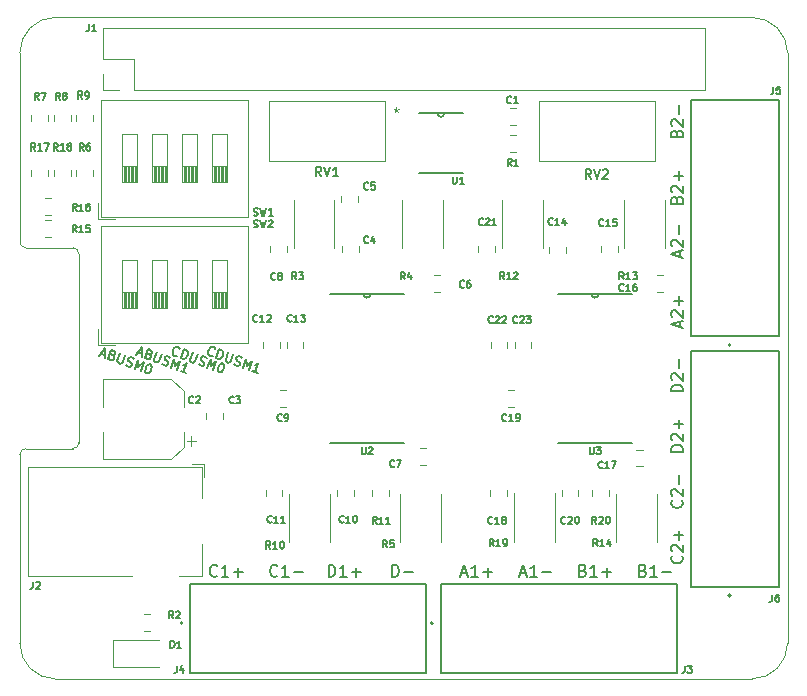
<source format=gto>
G04 #@! TF.GenerationSoftware,KiCad,Pcbnew,(5.1.6)-1*
G04 #@! TF.CreationDate,2020-10-08T21:16:19-06:00*
G04 #@! TF.ProjectId,raspi-quad-stepper-motor-module,72617370-692d-4717-9561-642d73746570,A*
G04 #@! TF.SameCoordinates,Original*
G04 #@! TF.FileFunction,Legend,Top*
G04 #@! TF.FilePolarity,Positive*
%FSLAX46Y46*%
G04 Gerber Fmt 4.6, Leading zero omitted, Abs format (unit mm)*
G04 Created by KiCad (PCBNEW (5.1.6)-1) date 2020-10-08 21:16:19*
%MOMM*%
%LPD*%
G01*
G04 APERTURE LIST*
%ADD10C,0.150000*%
G04 #@! TA.AperFunction,Profile*
%ADD11C,0.100000*%
G04 #@! TD*
%ADD12C,0.120000*%
%ADD13C,0.152400*%
%ADD14C,0.200000*%
%ADD15C,0.127000*%
%ADD16C,0.015000*%
G04 APERTURE END LIST*
D10*
X156228571Y-82823809D02*
X156276190Y-82680952D01*
X156323809Y-82633333D01*
X156419047Y-82585714D01*
X156561904Y-82585714D01*
X156657142Y-82633333D01*
X156704761Y-82680952D01*
X156752380Y-82776190D01*
X156752380Y-83157142D01*
X155752380Y-83157142D01*
X155752380Y-82823809D01*
X155800000Y-82728571D01*
X155847619Y-82680952D01*
X155942857Y-82633333D01*
X156038095Y-82633333D01*
X156133333Y-82680952D01*
X156180952Y-82728571D01*
X156228571Y-82823809D01*
X156228571Y-83157142D01*
X155847619Y-82204761D02*
X155800000Y-82157142D01*
X155752380Y-82061904D01*
X155752380Y-81823809D01*
X155800000Y-81728571D01*
X155847619Y-81680952D01*
X155942857Y-81633333D01*
X156038095Y-81633333D01*
X156180952Y-81680952D01*
X156752380Y-82252380D01*
X156752380Y-81633333D01*
X156371428Y-81204761D02*
X156371428Y-80442857D01*
X156228571Y-88423809D02*
X156276190Y-88280952D01*
X156323809Y-88233333D01*
X156419047Y-88185714D01*
X156561904Y-88185714D01*
X156657142Y-88233333D01*
X156704761Y-88280952D01*
X156752380Y-88376190D01*
X156752380Y-88757142D01*
X155752380Y-88757142D01*
X155752380Y-88423809D01*
X155800000Y-88328571D01*
X155847619Y-88280952D01*
X155942857Y-88233333D01*
X156038095Y-88233333D01*
X156133333Y-88280952D01*
X156180952Y-88328571D01*
X156228571Y-88423809D01*
X156228571Y-88757142D01*
X155847619Y-87804761D02*
X155800000Y-87757142D01*
X155752380Y-87661904D01*
X155752380Y-87423809D01*
X155800000Y-87328571D01*
X155847619Y-87280952D01*
X155942857Y-87233333D01*
X156038095Y-87233333D01*
X156180952Y-87280952D01*
X156752380Y-87852380D01*
X156752380Y-87233333D01*
X156371428Y-86804761D02*
X156371428Y-86042857D01*
X156752380Y-86423809D02*
X155990476Y-86423809D01*
X156466666Y-93233333D02*
X156466666Y-92757142D01*
X156752380Y-93328571D02*
X155752380Y-92995238D01*
X156752380Y-92661904D01*
X155847619Y-92376190D02*
X155800000Y-92328571D01*
X155752380Y-92233333D01*
X155752380Y-91995238D01*
X155800000Y-91900000D01*
X155847619Y-91852380D01*
X155942857Y-91804761D01*
X156038095Y-91804761D01*
X156180952Y-91852380D01*
X156752380Y-92423809D01*
X156752380Y-91804761D01*
X156371428Y-91376190D02*
X156371428Y-90614285D01*
X156466666Y-99233333D02*
X156466666Y-98757142D01*
X156752380Y-99328571D02*
X155752380Y-98995238D01*
X156752380Y-98661904D01*
X155847619Y-98376190D02*
X155800000Y-98328571D01*
X155752380Y-98233333D01*
X155752380Y-97995238D01*
X155800000Y-97900000D01*
X155847619Y-97852380D01*
X155942857Y-97804761D01*
X156038095Y-97804761D01*
X156180952Y-97852380D01*
X156752380Y-98423809D01*
X156752380Y-97804761D01*
X156371428Y-97376190D02*
X156371428Y-96614285D01*
X156752380Y-96995238D02*
X155990476Y-96995238D01*
X156657142Y-118585714D02*
X156704761Y-118633333D01*
X156752380Y-118776190D01*
X156752380Y-118871428D01*
X156704761Y-119014285D01*
X156609523Y-119109523D01*
X156514285Y-119157142D01*
X156323809Y-119204761D01*
X156180952Y-119204761D01*
X155990476Y-119157142D01*
X155895238Y-119109523D01*
X155800000Y-119014285D01*
X155752380Y-118871428D01*
X155752380Y-118776190D01*
X155800000Y-118633333D01*
X155847619Y-118585714D01*
X155847619Y-118204761D02*
X155800000Y-118157142D01*
X155752380Y-118061904D01*
X155752380Y-117823809D01*
X155800000Y-117728571D01*
X155847619Y-117680952D01*
X155942857Y-117633333D01*
X156038095Y-117633333D01*
X156180952Y-117680952D01*
X156752380Y-118252380D01*
X156752380Y-117633333D01*
X156371428Y-117204761D02*
X156371428Y-116442857D01*
X156752380Y-116823809D02*
X155990476Y-116823809D01*
X156752380Y-104657142D02*
X155752380Y-104657142D01*
X155752380Y-104419047D01*
X155800000Y-104276190D01*
X155895238Y-104180952D01*
X155990476Y-104133333D01*
X156180952Y-104085714D01*
X156323809Y-104085714D01*
X156514285Y-104133333D01*
X156609523Y-104180952D01*
X156704761Y-104276190D01*
X156752380Y-104419047D01*
X156752380Y-104657142D01*
X155847619Y-103704761D02*
X155800000Y-103657142D01*
X155752380Y-103561904D01*
X155752380Y-103323809D01*
X155800000Y-103228571D01*
X155847619Y-103180952D01*
X155942857Y-103133333D01*
X156038095Y-103133333D01*
X156180952Y-103180952D01*
X156752380Y-103752380D01*
X156752380Y-103133333D01*
X156371428Y-102704761D02*
X156371428Y-101942857D01*
X156657142Y-113885714D02*
X156704761Y-113933333D01*
X156752380Y-114076190D01*
X156752380Y-114171428D01*
X156704761Y-114314285D01*
X156609523Y-114409523D01*
X156514285Y-114457142D01*
X156323809Y-114504761D01*
X156180952Y-114504761D01*
X155990476Y-114457142D01*
X155895238Y-114409523D01*
X155800000Y-114314285D01*
X155752380Y-114171428D01*
X155752380Y-114076190D01*
X155800000Y-113933333D01*
X155847619Y-113885714D01*
X155847619Y-113504761D02*
X155800000Y-113457142D01*
X155752380Y-113361904D01*
X155752380Y-113123809D01*
X155800000Y-113028571D01*
X155847619Y-112980952D01*
X155942857Y-112933333D01*
X156038095Y-112933333D01*
X156180952Y-112980952D01*
X156752380Y-113552380D01*
X156752380Y-112933333D01*
X156371428Y-112504761D02*
X156371428Y-111742857D01*
X156752380Y-109757142D02*
X155752380Y-109757142D01*
X155752380Y-109519047D01*
X155800000Y-109376190D01*
X155895238Y-109280952D01*
X155990476Y-109233333D01*
X156180952Y-109185714D01*
X156323809Y-109185714D01*
X156514285Y-109233333D01*
X156609523Y-109280952D01*
X156704761Y-109376190D01*
X156752380Y-109519047D01*
X156752380Y-109757142D01*
X155847619Y-108804761D02*
X155800000Y-108757142D01*
X155752380Y-108661904D01*
X155752380Y-108423809D01*
X155800000Y-108328571D01*
X155847619Y-108280952D01*
X155942857Y-108233333D01*
X156038095Y-108233333D01*
X156180952Y-108280952D01*
X156752380Y-108852380D01*
X156752380Y-108233333D01*
X156371428Y-107804761D02*
X156371428Y-107042857D01*
X156752380Y-107423809D02*
X155990476Y-107423809D01*
X132119047Y-120352380D02*
X132119047Y-119352380D01*
X132357142Y-119352380D01*
X132500000Y-119400000D01*
X132595238Y-119495238D01*
X132642857Y-119590476D01*
X132690476Y-119780952D01*
X132690476Y-119923809D01*
X132642857Y-120114285D01*
X132595238Y-120209523D01*
X132500000Y-120304761D01*
X132357142Y-120352380D01*
X132119047Y-120352380D01*
X133119047Y-119971428D02*
X133880952Y-119971428D01*
X126742857Y-120352380D02*
X126742857Y-119352380D01*
X126980952Y-119352380D01*
X127123809Y-119400000D01*
X127219047Y-119495238D01*
X127266666Y-119590476D01*
X127314285Y-119780952D01*
X127314285Y-119923809D01*
X127266666Y-120114285D01*
X127219047Y-120209523D01*
X127123809Y-120304761D01*
X126980952Y-120352380D01*
X126742857Y-120352380D01*
X128266666Y-120352380D02*
X127695238Y-120352380D01*
X127980952Y-120352380D02*
X127980952Y-119352380D01*
X127885714Y-119495238D01*
X127790476Y-119590476D01*
X127695238Y-119638095D01*
X128695238Y-119971428D02*
X129457142Y-119971428D01*
X129076190Y-120352380D02*
X129076190Y-119590476D01*
X122414285Y-120257142D02*
X122366666Y-120304761D01*
X122223809Y-120352380D01*
X122128571Y-120352380D01*
X121985714Y-120304761D01*
X121890476Y-120209523D01*
X121842857Y-120114285D01*
X121795238Y-119923809D01*
X121795238Y-119780952D01*
X121842857Y-119590476D01*
X121890476Y-119495238D01*
X121985714Y-119400000D01*
X122128571Y-119352380D01*
X122223809Y-119352380D01*
X122366666Y-119400000D01*
X122414285Y-119447619D01*
X123366666Y-120352380D02*
X122795238Y-120352380D01*
X123080952Y-120352380D02*
X123080952Y-119352380D01*
X122985714Y-119495238D01*
X122890476Y-119590476D01*
X122795238Y-119638095D01*
X123795238Y-119971428D02*
X124557142Y-119971428D01*
X117314285Y-120257142D02*
X117266666Y-120304761D01*
X117123809Y-120352380D01*
X117028571Y-120352380D01*
X116885714Y-120304761D01*
X116790476Y-120209523D01*
X116742857Y-120114285D01*
X116695238Y-119923809D01*
X116695238Y-119780952D01*
X116742857Y-119590476D01*
X116790476Y-119495238D01*
X116885714Y-119400000D01*
X117028571Y-119352380D01*
X117123809Y-119352380D01*
X117266666Y-119400000D01*
X117314285Y-119447619D01*
X118266666Y-120352380D02*
X117695238Y-120352380D01*
X117980952Y-120352380D02*
X117980952Y-119352380D01*
X117885714Y-119495238D01*
X117790476Y-119590476D01*
X117695238Y-119638095D01*
X118695238Y-119971428D02*
X119457142Y-119971428D01*
X119076190Y-120352380D02*
X119076190Y-119590476D01*
X153376190Y-119828571D02*
X153519047Y-119876190D01*
X153566666Y-119923809D01*
X153614285Y-120019047D01*
X153614285Y-120161904D01*
X153566666Y-120257142D01*
X153519047Y-120304761D01*
X153423809Y-120352380D01*
X153042857Y-120352380D01*
X153042857Y-119352380D01*
X153376190Y-119352380D01*
X153471428Y-119400000D01*
X153519047Y-119447619D01*
X153566666Y-119542857D01*
X153566666Y-119638095D01*
X153519047Y-119733333D01*
X153471428Y-119780952D01*
X153376190Y-119828571D01*
X153042857Y-119828571D01*
X154566666Y-120352380D02*
X153995238Y-120352380D01*
X154280952Y-120352380D02*
X154280952Y-119352380D01*
X154185714Y-119495238D01*
X154090476Y-119590476D01*
X153995238Y-119638095D01*
X154995238Y-119971428D02*
X155757142Y-119971428D01*
X148276190Y-119828571D02*
X148419047Y-119876190D01*
X148466666Y-119923809D01*
X148514285Y-120019047D01*
X148514285Y-120161904D01*
X148466666Y-120257142D01*
X148419047Y-120304761D01*
X148323809Y-120352380D01*
X147942857Y-120352380D01*
X147942857Y-119352380D01*
X148276190Y-119352380D01*
X148371428Y-119400000D01*
X148419047Y-119447619D01*
X148466666Y-119542857D01*
X148466666Y-119638095D01*
X148419047Y-119733333D01*
X148371428Y-119780952D01*
X148276190Y-119828571D01*
X147942857Y-119828571D01*
X149466666Y-120352380D02*
X148895238Y-120352380D01*
X149180952Y-120352380D02*
X149180952Y-119352380D01*
X149085714Y-119495238D01*
X148990476Y-119590476D01*
X148895238Y-119638095D01*
X149895238Y-119971428D02*
X150657142Y-119971428D01*
X150276190Y-120352380D02*
X150276190Y-119590476D01*
X142966666Y-120066666D02*
X143442857Y-120066666D01*
X142871428Y-120352380D02*
X143204761Y-119352380D01*
X143538095Y-120352380D01*
X144395238Y-120352380D02*
X143823809Y-120352380D01*
X144109523Y-120352380D02*
X144109523Y-119352380D01*
X144014285Y-119495238D01*
X143919047Y-119590476D01*
X143823809Y-119638095D01*
X144823809Y-119971428D02*
X145585714Y-119971428D01*
X137966666Y-120066666D02*
X138442857Y-120066666D01*
X137871428Y-120352380D02*
X138204761Y-119352380D01*
X138538095Y-120352380D01*
X139395238Y-120352380D02*
X138823809Y-120352380D01*
X139109523Y-120352380D02*
X139109523Y-119352380D01*
X139014285Y-119495238D01*
X138919047Y-119590476D01*
X138823809Y-119638095D01*
X139823809Y-119971428D02*
X140585714Y-119971428D01*
X140204761Y-120352380D02*
X140204761Y-119590476D01*
X116919782Y-101656104D02*
X116870955Y-101678873D01*
X116750532Y-101675582D01*
X116678937Y-101649524D01*
X116584573Y-101574638D01*
X116539036Y-101476984D01*
X116529296Y-101392359D01*
X116545616Y-101236138D01*
X116584704Y-101128745D01*
X116672619Y-100998583D01*
X116734476Y-100940016D01*
X116832130Y-100894479D01*
X116952553Y-100897770D01*
X117024148Y-100923828D01*
X117118512Y-100998714D01*
X117141281Y-101047541D01*
X117215904Y-101844964D02*
X117489520Y-101093210D01*
X117668509Y-101158356D01*
X117762873Y-101233242D01*
X117808410Y-101330897D01*
X117818149Y-101415522D01*
X117801830Y-101571742D01*
X117762742Y-101679136D01*
X117674826Y-101809298D01*
X117612970Y-101867864D01*
X117515316Y-101913401D01*
X117394893Y-101910111D01*
X117215904Y-101844964D01*
X118241274Y-101366826D02*
X118019775Y-101975389D01*
X118029514Y-102060014D01*
X118052283Y-102108841D01*
X118110849Y-102170697D01*
X118254040Y-102222815D01*
X118338665Y-102213076D01*
X118387493Y-102190307D01*
X118449349Y-102131741D01*
X118670848Y-101523178D01*
X118732441Y-102356398D02*
X118826805Y-102431284D01*
X119005795Y-102496431D01*
X119090420Y-102486692D01*
X119139247Y-102463923D01*
X119201103Y-102405357D01*
X119227162Y-102333761D01*
X119217423Y-102249136D01*
X119194654Y-102200309D01*
X119136088Y-102138453D01*
X119005926Y-102050537D01*
X118947360Y-101988681D01*
X118924591Y-101939854D01*
X118914852Y-101855229D01*
X118940911Y-101783633D01*
X119002767Y-101725067D01*
X119051594Y-101702298D01*
X119136219Y-101692559D01*
X119315208Y-101757706D01*
X119409573Y-101832592D01*
X119471166Y-102665812D02*
X119744782Y-101914058D01*
X119799927Y-102542231D01*
X120245952Y-102096469D01*
X119972336Y-102848223D01*
X120724090Y-103121839D02*
X120294516Y-102965487D01*
X120509303Y-103043663D02*
X120782919Y-102291909D01*
X120672235Y-102373244D01*
X120574581Y-102418781D01*
X120489956Y-102428520D01*
X113919782Y-101656104D02*
X113870955Y-101678873D01*
X113750532Y-101675582D01*
X113678937Y-101649524D01*
X113584573Y-101574638D01*
X113539036Y-101476984D01*
X113529296Y-101392359D01*
X113545616Y-101236138D01*
X113584704Y-101128745D01*
X113672619Y-100998583D01*
X113734476Y-100940016D01*
X113832130Y-100894479D01*
X113952553Y-100897770D01*
X114024148Y-100923828D01*
X114118512Y-100998714D01*
X114141281Y-101047541D01*
X114215904Y-101844964D02*
X114489520Y-101093210D01*
X114668509Y-101158356D01*
X114762873Y-101233242D01*
X114808410Y-101330897D01*
X114818149Y-101415522D01*
X114801830Y-101571742D01*
X114762742Y-101679136D01*
X114674826Y-101809298D01*
X114612970Y-101867864D01*
X114515316Y-101913401D01*
X114394893Y-101910111D01*
X114215904Y-101844964D01*
X115241274Y-101366826D02*
X115019775Y-101975389D01*
X115029514Y-102060014D01*
X115052283Y-102108841D01*
X115110849Y-102170697D01*
X115254040Y-102222815D01*
X115338665Y-102213076D01*
X115387493Y-102190307D01*
X115449349Y-102131741D01*
X115670848Y-101523178D01*
X115732441Y-102356398D02*
X115826805Y-102431284D01*
X116005795Y-102496431D01*
X116090420Y-102486692D01*
X116139247Y-102463923D01*
X116201103Y-102405357D01*
X116227162Y-102333761D01*
X116217423Y-102249136D01*
X116194654Y-102200309D01*
X116136088Y-102138453D01*
X116005926Y-102050537D01*
X115947360Y-101988681D01*
X115924591Y-101939854D01*
X115914852Y-101855229D01*
X115940911Y-101783633D01*
X116002767Y-101725067D01*
X116051594Y-101702298D01*
X116136219Y-101692559D01*
X116315208Y-101757706D01*
X116409573Y-101832592D01*
X116471166Y-102665812D02*
X116744782Y-101914058D01*
X116799927Y-102542231D01*
X117245952Y-102096469D01*
X116972336Y-102848223D01*
X117747121Y-102278880D02*
X117818717Y-102304938D01*
X117877283Y-102366795D01*
X117900051Y-102415622D01*
X117909791Y-102500247D01*
X117893471Y-102656467D01*
X117828324Y-102835457D01*
X117740409Y-102965618D01*
X117678553Y-103024185D01*
X117629726Y-103046953D01*
X117545101Y-103056692D01*
X117473505Y-103030634D01*
X117414939Y-102968777D01*
X117392170Y-102919950D01*
X117382431Y-102835325D01*
X117398751Y-102679104D01*
X117463897Y-102500115D01*
X117551812Y-102369953D01*
X117613669Y-102311387D01*
X117662496Y-102288619D01*
X117747121Y-102278880D01*
X110560225Y-101363076D02*
X110918203Y-101493369D01*
X110410453Y-101551804D02*
X110934654Y-100891255D01*
X110911622Y-101734214D01*
X111556115Y-101522849D02*
X111650479Y-101597735D01*
X111673247Y-101646562D01*
X111682986Y-101731187D01*
X111643898Y-101838581D01*
X111582042Y-101897147D01*
X111533215Y-101919915D01*
X111448590Y-101929655D01*
X111162207Y-101825420D01*
X111435823Y-101073666D01*
X111686408Y-101164871D01*
X111744974Y-101226728D01*
X111767743Y-101275555D01*
X111777482Y-101360180D01*
X111751423Y-101431775D01*
X111689567Y-101490342D01*
X111640740Y-101513110D01*
X111556115Y-101522849D01*
X111305530Y-101431644D01*
X112187577Y-101347282D02*
X111966079Y-101955845D01*
X111975818Y-102040470D01*
X111998586Y-102089297D01*
X112057152Y-102151153D01*
X112200344Y-102203271D01*
X112284969Y-102193532D01*
X112333796Y-102170763D01*
X112395652Y-102112197D01*
X112617151Y-101503634D01*
X112678745Y-102336854D02*
X112773109Y-102411740D01*
X112952098Y-102476887D01*
X113036723Y-102467148D01*
X113085550Y-102444379D01*
X113147406Y-102385813D01*
X113173465Y-102314217D01*
X113163726Y-102229592D01*
X113140958Y-102180765D01*
X113082391Y-102118909D01*
X112952229Y-102030993D01*
X112893663Y-101969137D01*
X112870895Y-101920310D01*
X112861155Y-101835685D01*
X112887214Y-101764089D01*
X112949071Y-101705523D01*
X112997898Y-101682754D01*
X113082523Y-101673015D01*
X113261512Y-101738162D01*
X113355876Y-101813048D01*
X113417469Y-102646268D02*
X113691086Y-101894514D01*
X113746230Y-102522687D01*
X114192255Y-102076925D01*
X113918639Y-102828679D01*
X114670393Y-103102295D02*
X114240819Y-102945943D01*
X114455606Y-103024119D02*
X114729222Y-102272365D01*
X114618538Y-102353700D01*
X114520884Y-102399237D01*
X114436259Y-102408976D01*
X107460225Y-101463076D02*
X107818203Y-101593369D01*
X107310453Y-101651804D02*
X107834654Y-100991255D01*
X107811622Y-101834214D01*
X108456115Y-101622849D02*
X108550479Y-101697735D01*
X108573247Y-101746562D01*
X108582986Y-101831187D01*
X108543898Y-101938581D01*
X108482042Y-101997147D01*
X108433215Y-102019915D01*
X108348590Y-102029655D01*
X108062207Y-101925420D01*
X108335823Y-101173666D01*
X108586408Y-101264871D01*
X108644974Y-101326728D01*
X108667743Y-101375555D01*
X108677482Y-101460180D01*
X108651423Y-101531775D01*
X108589567Y-101590342D01*
X108540740Y-101613110D01*
X108456115Y-101622849D01*
X108205530Y-101531644D01*
X109087577Y-101447282D02*
X108866079Y-102055845D01*
X108875818Y-102140470D01*
X108898586Y-102189297D01*
X108957152Y-102251153D01*
X109100344Y-102303271D01*
X109184969Y-102293532D01*
X109233796Y-102270763D01*
X109295652Y-102212197D01*
X109517151Y-101603634D01*
X109578745Y-102436854D02*
X109673109Y-102511740D01*
X109852098Y-102576887D01*
X109936723Y-102567148D01*
X109985550Y-102544379D01*
X110047406Y-102485813D01*
X110073465Y-102414217D01*
X110063726Y-102329592D01*
X110040958Y-102280765D01*
X109982391Y-102218909D01*
X109852229Y-102130993D01*
X109793663Y-102069137D01*
X109770895Y-102020310D01*
X109761155Y-101935685D01*
X109787214Y-101864089D01*
X109849071Y-101805523D01*
X109897898Y-101782754D01*
X109982523Y-101773015D01*
X110161512Y-101838162D01*
X110255876Y-101913048D01*
X110317469Y-102746268D02*
X110591086Y-101994514D01*
X110646230Y-102622687D01*
X111092255Y-102176925D01*
X110818639Y-102928679D01*
X111593424Y-102359336D02*
X111665020Y-102385394D01*
X111723586Y-102447251D01*
X111746355Y-102496078D01*
X111756094Y-102580703D01*
X111739774Y-102736923D01*
X111674628Y-102915913D01*
X111586712Y-103046074D01*
X111524856Y-103104641D01*
X111476029Y-103127409D01*
X111391404Y-103137148D01*
X111319808Y-103111090D01*
X111261242Y-103049233D01*
X111238473Y-103000406D01*
X111228734Y-102915781D01*
X111245054Y-102759560D01*
X111310201Y-102580571D01*
X111398116Y-102450409D01*
X111459972Y-102391843D01*
X111508799Y-102369075D01*
X111593424Y-102359336D01*
D11*
X105600000Y-93000000D02*
G75*
G03*
X105100000Y-92500000I-500000J0D01*
G01*
X105100000Y-92500000D02*
X101100000Y-92500000D01*
X101099127Y-109500001D02*
G75*
G03*
X100600000Y-110000000I873J-499999D01*
G01*
X105100000Y-109500000D02*
G75*
G03*
X105600000Y-109000000I0J500000D01*
G01*
X100600000Y-92000000D02*
G75*
G03*
X101100000Y-92500000I500000J0D01*
G01*
X100600000Y-76000000D02*
X100600000Y-92000000D01*
X165600000Y-76000000D02*
G75*
G03*
X162600000Y-73000000I-3000000J0D01*
G01*
X162600000Y-129000000D02*
G75*
G03*
X165600000Y-126000000I0J3000000D01*
G01*
X100600000Y-126000000D02*
G75*
G03*
X103600000Y-129000000I3000000J0D01*
G01*
X103600000Y-73000000D02*
G75*
G03*
X100600000Y-76000000I0J-3000000D01*
G01*
X162600000Y-73000000D02*
X103600000Y-73000000D01*
X105100000Y-109500000D02*
X101100000Y-109500000D01*
X105600000Y-93000000D02*
X105600000Y-109000000D01*
X165600000Y-126000000D02*
X165600000Y-76000000D01*
X103600000Y-129000000D02*
X162600000Y-129000000D01*
X100600000Y-110000000D02*
X100600000Y-126000000D01*
D12*
X154337000Y-85162000D02*
X144567000Y-85162000D01*
X154337000Y-80092000D02*
X144567000Y-80092000D01*
X154337000Y-85162000D02*
X154337000Y-80092000D01*
X144567000Y-85162000D02*
X144567000Y-80092000D01*
X131477000Y-85162000D02*
X121707000Y-85162000D01*
X131477000Y-80092000D02*
X121707000Y-80092000D01*
X131477000Y-85162000D02*
X131477000Y-80092000D01*
X121707000Y-85162000D02*
X121707000Y-80092000D01*
D13*
X148986600Y-96424200D02*
X146192600Y-96424200D01*
X149596200Y-96424200D02*
X148986600Y-96424200D01*
X152390200Y-96424200D02*
X149596200Y-96424200D01*
X146192600Y-109022600D02*
X152390200Y-109022600D01*
X149596200Y-96424200D02*
G75*
G02*
X148986600Y-96424200I-304800J0D01*
G01*
X129682600Y-96424200D02*
X126888600Y-96424200D01*
X130292200Y-96424200D02*
X129682600Y-96424200D01*
X133086200Y-96424200D02*
X130292200Y-96424200D01*
X126888600Y-109022600D02*
X133086200Y-109022600D01*
X130292200Y-96424200D02*
G75*
G02*
X129682600Y-96424200I-304800J0D01*
G01*
X134364400Y-86188000D02*
X138123600Y-86188000D01*
X138123600Y-81108000D02*
X136548800Y-81108000D01*
X136548800Y-81108000D02*
X135939200Y-81108000D01*
X135939200Y-81108000D02*
X134364400Y-81108000D01*
X136548800Y-81108000D02*
G75*
G02*
X135939200Y-81108000I-304800J0D01*
G01*
D12*
X116881000Y-96262667D02*
X118151000Y-96262667D01*
X118081000Y-97616000D02*
X118081000Y-96262667D01*
X117961000Y-97616000D02*
X117961000Y-96262667D01*
X117841000Y-97616000D02*
X117841000Y-96262667D01*
X117721000Y-97616000D02*
X117721000Y-96262667D01*
X117601000Y-97616000D02*
X117601000Y-96262667D01*
X117481000Y-97616000D02*
X117481000Y-96262667D01*
X117361000Y-97616000D02*
X117361000Y-96262667D01*
X117241000Y-97616000D02*
X117241000Y-96262667D01*
X117121000Y-97616000D02*
X117121000Y-96262667D01*
X117001000Y-97616000D02*
X117001000Y-96262667D01*
X116881000Y-93556000D02*
X116881000Y-97616000D01*
X118151000Y-93556000D02*
X116881000Y-93556000D01*
X118151000Y-97616000D02*
X118151000Y-93556000D01*
X116881000Y-97616000D02*
X118151000Y-97616000D01*
X114341000Y-96262667D02*
X115611000Y-96262667D01*
X115541000Y-97616000D02*
X115541000Y-96262667D01*
X115421000Y-97616000D02*
X115421000Y-96262667D01*
X115301000Y-97616000D02*
X115301000Y-96262667D01*
X115181000Y-97616000D02*
X115181000Y-96262667D01*
X115061000Y-97616000D02*
X115061000Y-96262667D01*
X114941000Y-97616000D02*
X114941000Y-96262667D01*
X114821000Y-97616000D02*
X114821000Y-96262667D01*
X114701000Y-97616000D02*
X114701000Y-96262667D01*
X114581000Y-97616000D02*
X114581000Y-96262667D01*
X114461000Y-97616000D02*
X114461000Y-96262667D01*
X114341000Y-93556000D02*
X114341000Y-97616000D01*
X115611000Y-93556000D02*
X114341000Y-93556000D01*
X115611000Y-97616000D02*
X115611000Y-93556000D01*
X114341000Y-97616000D02*
X115611000Y-97616000D01*
X111801000Y-96262667D02*
X113071000Y-96262667D01*
X113001000Y-97616000D02*
X113001000Y-96262667D01*
X112881000Y-97616000D02*
X112881000Y-96262667D01*
X112761000Y-97616000D02*
X112761000Y-96262667D01*
X112641000Y-97616000D02*
X112641000Y-96262667D01*
X112521000Y-97616000D02*
X112521000Y-96262667D01*
X112401000Y-97616000D02*
X112401000Y-96262667D01*
X112281000Y-97616000D02*
X112281000Y-96262667D01*
X112161000Y-97616000D02*
X112161000Y-96262667D01*
X112041000Y-97616000D02*
X112041000Y-96262667D01*
X111921000Y-97616000D02*
X111921000Y-96262667D01*
X111801000Y-93556000D02*
X111801000Y-97616000D01*
X113071000Y-93556000D02*
X111801000Y-93556000D01*
X113071000Y-97616000D02*
X113071000Y-93556000D01*
X111801000Y-97616000D02*
X113071000Y-97616000D01*
X109261000Y-96262667D02*
X110531000Y-96262667D01*
X110461000Y-97616000D02*
X110461000Y-96262667D01*
X110341000Y-97616000D02*
X110341000Y-96262667D01*
X110221000Y-97616000D02*
X110221000Y-96262667D01*
X110101000Y-97616000D02*
X110101000Y-96262667D01*
X109981000Y-97616000D02*
X109981000Y-96262667D01*
X109861000Y-97616000D02*
X109861000Y-96262667D01*
X109741000Y-97616000D02*
X109741000Y-96262667D01*
X109621000Y-97616000D02*
X109621000Y-96262667D01*
X109501000Y-97616000D02*
X109501000Y-96262667D01*
X109381000Y-97616000D02*
X109381000Y-96262667D01*
X109261000Y-93556000D02*
X109261000Y-97616000D01*
X110531000Y-93556000D02*
X109261000Y-93556000D01*
X110531000Y-97616000D02*
X110531000Y-93556000D01*
X109261000Y-97616000D02*
X110531000Y-97616000D01*
X107236000Y-100776000D02*
X108619000Y-100776000D01*
X107236000Y-100776000D02*
X107236000Y-99392000D01*
X107476000Y-90636000D02*
X119936000Y-90636000D01*
X107476000Y-100536000D02*
X119936000Y-100536000D01*
X119936000Y-100536000D02*
X119936000Y-90636000D01*
X107476000Y-100536000D02*
X107476000Y-90636000D01*
X116881000Y-85594667D02*
X118151000Y-85594667D01*
X118081000Y-86948000D02*
X118081000Y-85594667D01*
X117961000Y-86948000D02*
X117961000Y-85594667D01*
X117841000Y-86948000D02*
X117841000Y-85594667D01*
X117721000Y-86948000D02*
X117721000Y-85594667D01*
X117601000Y-86948000D02*
X117601000Y-85594667D01*
X117481000Y-86948000D02*
X117481000Y-85594667D01*
X117361000Y-86948000D02*
X117361000Y-85594667D01*
X117241000Y-86948000D02*
X117241000Y-85594667D01*
X117121000Y-86948000D02*
X117121000Y-85594667D01*
X117001000Y-86948000D02*
X117001000Y-85594667D01*
X116881000Y-82888000D02*
X116881000Y-86948000D01*
X118151000Y-82888000D02*
X116881000Y-82888000D01*
X118151000Y-86948000D02*
X118151000Y-82888000D01*
X116881000Y-86948000D02*
X118151000Y-86948000D01*
X114341000Y-85594667D02*
X115611000Y-85594667D01*
X115541000Y-86948000D02*
X115541000Y-85594667D01*
X115421000Y-86948000D02*
X115421000Y-85594667D01*
X115301000Y-86948000D02*
X115301000Y-85594667D01*
X115181000Y-86948000D02*
X115181000Y-85594667D01*
X115061000Y-86948000D02*
X115061000Y-85594667D01*
X114941000Y-86948000D02*
X114941000Y-85594667D01*
X114821000Y-86948000D02*
X114821000Y-85594667D01*
X114701000Y-86948000D02*
X114701000Y-85594667D01*
X114581000Y-86948000D02*
X114581000Y-85594667D01*
X114461000Y-86948000D02*
X114461000Y-85594667D01*
X114341000Y-82888000D02*
X114341000Y-86948000D01*
X115611000Y-82888000D02*
X114341000Y-82888000D01*
X115611000Y-86948000D02*
X115611000Y-82888000D01*
X114341000Y-86948000D02*
X115611000Y-86948000D01*
X111801000Y-85594667D02*
X113071000Y-85594667D01*
X113001000Y-86948000D02*
X113001000Y-85594667D01*
X112881000Y-86948000D02*
X112881000Y-85594667D01*
X112761000Y-86948000D02*
X112761000Y-85594667D01*
X112641000Y-86948000D02*
X112641000Y-85594667D01*
X112521000Y-86948000D02*
X112521000Y-85594667D01*
X112401000Y-86948000D02*
X112401000Y-85594667D01*
X112281000Y-86948000D02*
X112281000Y-85594667D01*
X112161000Y-86948000D02*
X112161000Y-85594667D01*
X112041000Y-86948000D02*
X112041000Y-85594667D01*
X111921000Y-86948000D02*
X111921000Y-85594667D01*
X111801000Y-82888000D02*
X111801000Y-86948000D01*
X113071000Y-82888000D02*
X111801000Y-82888000D01*
X113071000Y-86948000D02*
X113071000Y-82888000D01*
X111801000Y-86948000D02*
X113071000Y-86948000D01*
X109261000Y-85594667D02*
X110531000Y-85594667D01*
X110461000Y-86948000D02*
X110461000Y-85594667D01*
X110341000Y-86948000D02*
X110341000Y-85594667D01*
X110221000Y-86948000D02*
X110221000Y-85594667D01*
X110101000Y-86948000D02*
X110101000Y-85594667D01*
X109981000Y-86948000D02*
X109981000Y-85594667D01*
X109861000Y-86948000D02*
X109861000Y-85594667D01*
X109741000Y-86948000D02*
X109741000Y-85594667D01*
X109621000Y-86948000D02*
X109621000Y-85594667D01*
X109501000Y-86948000D02*
X109501000Y-85594667D01*
X109381000Y-86948000D02*
X109381000Y-85594667D01*
X109261000Y-82888000D02*
X109261000Y-86948000D01*
X110531000Y-82888000D02*
X109261000Y-82888000D01*
X110531000Y-86948000D02*
X110531000Y-82888000D01*
X109261000Y-86948000D02*
X110531000Y-86948000D01*
X107236000Y-90108000D02*
X108619000Y-90108000D01*
X107236000Y-90108000D02*
X107236000Y-88724000D01*
X107476000Y-79968000D02*
X119936000Y-79968000D01*
X107476000Y-89868000D02*
X119936000Y-89868000D01*
X119936000Y-89868000D02*
X119936000Y-79968000D01*
X107476000Y-89868000D02*
X107476000Y-79968000D01*
X150484000Y-113550678D02*
X150484000Y-113033522D01*
X149064000Y-113550678D02*
X149064000Y-113033522D01*
X103471000Y-85880922D02*
X103471000Y-86398078D01*
X104891000Y-85880922D02*
X104891000Y-86398078D01*
X101566000Y-85880922D02*
X101566000Y-86398078D01*
X102986000Y-85880922D02*
X102986000Y-86398078D01*
X102700922Y-89692000D02*
X103218078Y-89692000D01*
X102700922Y-88272000D02*
X103218078Y-88272000D01*
X102700922Y-91597000D02*
X103218078Y-91597000D01*
X102700922Y-90177000D02*
X103218078Y-90177000D01*
X130445800Y-113028922D02*
X130445800Y-113546078D01*
X131865800Y-113028922D02*
X131865800Y-113546078D01*
X105376000Y-81278922D02*
X105376000Y-81796078D01*
X106796000Y-81278922D02*
X106796000Y-81796078D01*
X103471000Y-81278922D02*
X103471000Y-81796078D01*
X104891000Y-81278922D02*
X104891000Y-81796078D01*
X101566000Y-81278922D02*
X101566000Y-81796078D01*
X102986000Y-81278922D02*
X102986000Y-81796078D01*
X105376000Y-85880922D02*
X105376000Y-86398078D01*
X106796000Y-85880922D02*
X106796000Y-86398078D01*
X111604678Y-123552600D02*
X111087522Y-123552600D01*
X111604678Y-124972600D02*
X111087522Y-124972600D01*
X142598578Y-82938000D02*
X142081422Y-82938000D01*
X142598578Y-84358000D02*
X142081422Y-84358000D01*
D14*
X160796000Y-121944000D02*
G75*
G03*
X160796000Y-121944000I-100000J0D01*
G01*
D15*
X157396000Y-101214000D02*
X157396000Y-121214000D01*
X164896000Y-101214000D02*
X157396000Y-101214000D01*
X164896000Y-121214000D02*
X164896000Y-101214000D01*
X157396000Y-121214000D02*
X164896000Y-121214000D01*
D14*
X160796000Y-100735000D02*
G75*
G03*
X160796000Y-100735000I-100000J0D01*
G01*
D15*
X157396000Y-80005000D02*
X157396000Y-100005000D01*
X164896000Y-80005000D02*
X157396000Y-80005000D01*
X164896000Y-100005000D02*
X164896000Y-80005000D01*
X157396000Y-100005000D02*
X164896000Y-100005000D01*
D14*
X114386000Y-124288000D02*
G75*
G03*
X114386000Y-124288000I-100000J0D01*
G01*
D15*
X135016000Y-120988000D02*
X115016000Y-120988000D01*
X135016000Y-128488000D02*
X135016000Y-120988000D01*
X115016000Y-128488000D02*
X135016000Y-128488000D01*
X115016000Y-120988000D02*
X115016000Y-128488000D01*
D14*
X135595000Y-124288000D02*
G75*
G03*
X135595000Y-124288000I-100000J0D01*
G01*
D15*
X156225000Y-120988000D02*
X136225000Y-120988000D01*
X156225000Y-128488000D02*
X156225000Y-120988000D01*
X136225000Y-128488000D02*
X156225000Y-128488000D01*
X136225000Y-120988000D02*
X136225000Y-128488000D01*
D12*
X116003000Y-111052000D02*
X116003000Y-113652000D01*
X101303000Y-111052000D02*
X116003000Y-111052000D01*
X116003000Y-120252000D02*
X114103000Y-120252000D01*
X116003000Y-117552000D02*
X116003000Y-120252000D01*
X101303000Y-120252000D02*
X101303000Y-111052000D01*
X110103000Y-120252000D02*
X101303000Y-120252000D01*
X115153000Y-110852000D02*
X116203000Y-110852000D01*
X116203000Y-111902000D02*
X116203000Y-110852000D01*
X107670000Y-79114800D02*
X107670000Y-77784800D01*
X109000000Y-79114800D02*
X107670000Y-79114800D01*
X107670000Y-76514800D02*
X107670000Y-73914800D01*
X110270000Y-76514800D02*
X107670000Y-76514800D01*
X110270000Y-79114800D02*
X110270000Y-76514800D01*
X107670000Y-73914800D02*
X158590000Y-73914800D01*
X110270000Y-79114800D02*
X158590000Y-79114800D01*
X158590000Y-79114800D02*
X158590000Y-73914800D01*
X108477600Y-127963000D02*
X112362600Y-127963000D01*
X108477600Y-125693000D02*
X108477600Y-127963000D01*
X112362600Y-125693000D02*
X108477600Y-125693000D01*
X142485400Y-100511322D02*
X142485400Y-101028478D01*
X143905400Y-100511322D02*
X143905400Y-101028478D01*
X142437978Y-104553400D02*
X141920822Y-104553400D01*
X142437978Y-105973400D02*
X141920822Y-105973400D01*
X123181400Y-100511322D02*
X123181400Y-101028478D01*
X124601400Y-100511322D02*
X124601400Y-101028478D01*
X123131678Y-104553400D02*
X122614522Y-104553400D01*
X123131678Y-105973400D02*
X122614522Y-105973400D01*
X117810000Y-107021078D02*
X117810000Y-106503922D01*
X116390000Y-107021078D02*
X116390000Y-106503922D01*
X115115750Y-109257250D02*
X115115750Y-108469750D01*
X115509500Y-108863500D02*
X114722000Y-108863500D01*
X114482000Y-104670437D02*
X113417563Y-103606000D01*
X114482000Y-109361563D02*
X113417563Y-110426000D01*
X114482000Y-109361563D02*
X114482000Y-108076000D01*
X114482000Y-104670437D02*
X114482000Y-105956000D01*
X113417563Y-103606000D02*
X107662000Y-103606000D01*
X113417563Y-110426000D02*
X107662000Y-110426000D01*
X107662000Y-110426000D02*
X107662000Y-108076000D01*
X107662000Y-103606000D02*
X107662000Y-105956000D01*
X141438000Y-92560064D02*
X141438000Y-88455936D01*
X144858000Y-92560064D02*
X144858000Y-88455936D01*
X129210000Y-88103922D02*
X129210000Y-88621078D01*
X127790000Y-88103922D02*
X127790000Y-88621078D01*
X154532000Y-113341536D02*
X154532000Y-117445664D01*
X151112000Y-113341536D02*
X151112000Y-117445664D01*
X141848000Y-113028922D02*
X141848000Y-113546078D01*
X140428000Y-113028922D02*
X140428000Y-113546078D01*
X145870600Y-113299536D02*
X145870600Y-117403664D01*
X142450600Y-113299536D02*
X142450600Y-117403664D01*
X151790000Y-92552064D02*
X151790000Y-88447936D01*
X155210000Y-92552064D02*
X155210000Y-88447936D01*
X126846000Y-113341536D02*
X126846000Y-117445664D01*
X123426000Y-113341536D02*
X123426000Y-117445664D01*
X136244000Y-113341536D02*
X136244000Y-117445664D01*
X132824000Y-113341536D02*
X132824000Y-117445664D01*
X132990000Y-92552064D02*
X132990000Y-88447936D01*
X136410000Y-92552064D02*
X136410000Y-88447936D01*
X123807000Y-92560064D02*
X123807000Y-88455936D01*
X127227000Y-92560064D02*
X127227000Y-88455936D01*
X141873400Y-100511322D02*
X141873400Y-101028478D01*
X140453400Y-100511322D02*
X140453400Y-101028478D01*
X139390000Y-92858578D02*
X139390000Y-92341422D01*
X140810000Y-92858578D02*
X140810000Y-92341422D01*
X147893200Y-113028922D02*
X147893200Y-113546078D01*
X146473200Y-113028922D02*
X146473200Y-113546078D01*
X152803922Y-109590000D02*
X153321078Y-109590000D01*
X152803922Y-111010000D02*
X153321078Y-111010000D01*
X154578922Y-94790000D02*
X155096078Y-94790000D01*
X154578922Y-96210000D02*
X155096078Y-96210000D01*
X149790000Y-92896078D02*
X149790000Y-92378922D01*
X151210000Y-92896078D02*
X151210000Y-92378922D01*
X145390000Y-92921078D02*
X145390000Y-92403922D01*
X146810000Y-92921078D02*
X146810000Y-92403922D01*
X122594800Y-100511322D02*
X122594800Y-101028478D01*
X121174800Y-100511322D02*
X121174800Y-101028478D01*
X122823400Y-113008122D02*
X122823400Y-113525278D01*
X121403400Y-113008122D02*
X121403400Y-113525278D01*
X128894000Y-113033522D02*
X128894000Y-113550678D01*
X127474000Y-113033522D02*
X127474000Y-113550678D01*
X121759000Y-92858578D02*
X121759000Y-92341422D01*
X123179000Y-92858578D02*
X123179000Y-92341422D01*
X134503922Y-109490000D02*
X135021078Y-109490000D01*
X134503922Y-110910000D02*
X135021078Y-110910000D01*
X135641422Y-94790000D02*
X136158578Y-94790000D01*
X135641422Y-96210000D02*
X136158578Y-96210000D01*
X127855000Y-92858578D02*
X127855000Y-92341422D01*
X129275000Y-92858578D02*
X129275000Y-92341422D01*
X142078922Y-80690000D02*
X142596078Y-80690000D01*
X142078922Y-82110000D02*
X142596078Y-82110000D01*
D10*
X148975809Y-86653904D02*
X148709142Y-86272952D01*
X148518666Y-86653904D02*
X148518666Y-85853904D01*
X148823428Y-85853904D01*
X148899619Y-85892000D01*
X148937714Y-85930095D01*
X148975809Y-86006285D01*
X148975809Y-86120571D01*
X148937714Y-86196761D01*
X148899619Y-86234857D01*
X148823428Y-86272952D01*
X148518666Y-86272952D01*
X149204380Y-85853904D02*
X149471047Y-86653904D01*
X149737714Y-85853904D01*
X149966285Y-85930095D02*
X150004380Y-85892000D01*
X150080571Y-85853904D01*
X150271047Y-85853904D01*
X150347238Y-85892000D01*
X150385333Y-85930095D01*
X150423428Y-86006285D01*
X150423428Y-86082476D01*
X150385333Y-86196761D01*
X149928190Y-86653904D01*
X150423428Y-86653904D01*
X126115809Y-86461904D02*
X125849142Y-86080952D01*
X125658666Y-86461904D02*
X125658666Y-85661904D01*
X125963428Y-85661904D01*
X126039619Y-85700000D01*
X126077714Y-85738095D01*
X126115809Y-85814285D01*
X126115809Y-85928571D01*
X126077714Y-86004761D01*
X126039619Y-86042857D01*
X125963428Y-86080952D01*
X125658666Y-86080952D01*
X126344380Y-85661904D02*
X126611047Y-86461904D01*
X126877714Y-85661904D01*
X127563428Y-86461904D02*
X127106285Y-86461904D01*
X127334857Y-86461904D02*
X127334857Y-85661904D01*
X127258666Y-85776190D01*
X127182476Y-85852380D01*
X127106285Y-85890476D01*
X148842857Y-109371428D02*
X148842857Y-109857142D01*
X148871428Y-109914285D01*
X148900000Y-109942857D01*
X148957142Y-109971428D01*
X149071428Y-109971428D01*
X149128571Y-109942857D01*
X149157142Y-109914285D01*
X149185714Y-109857142D01*
X149185714Y-109371428D01*
X149414285Y-109371428D02*
X149785714Y-109371428D01*
X149585714Y-109600000D01*
X149671428Y-109600000D01*
X149728571Y-109628571D01*
X149757142Y-109657142D01*
X149785714Y-109714285D01*
X149785714Y-109857142D01*
X149757142Y-109914285D01*
X149728571Y-109942857D01*
X149671428Y-109971428D01*
X149500000Y-109971428D01*
X149442857Y-109942857D01*
X149414285Y-109914285D01*
X129542857Y-109371428D02*
X129542857Y-109857142D01*
X129571428Y-109914285D01*
X129600000Y-109942857D01*
X129657142Y-109971428D01*
X129771428Y-109971428D01*
X129828571Y-109942857D01*
X129857142Y-109914285D01*
X129885714Y-109857142D01*
X129885714Y-109371428D01*
X130142857Y-109428571D02*
X130171428Y-109400000D01*
X130228571Y-109371428D01*
X130371428Y-109371428D01*
X130428571Y-109400000D01*
X130457142Y-109428571D01*
X130485714Y-109485714D01*
X130485714Y-109542857D01*
X130457142Y-109628571D01*
X130114285Y-109971428D01*
X130485714Y-109971428D01*
X137242857Y-86471428D02*
X137242857Y-86957142D01*
X137271428Y-87014285D01*
X137300000Y-87042857D01*
X137357142Y-87071428D01*
X137471428Y-87071428D01*
X137528571Y-87042857D01*
X137557142Y-87014285D01*
X137585714Y-86957142D01*
X137585714Y-86471428D01*
X138185714Y-87071428D02*
X137842857Y-87071428D01*
X138014285Y-87071428D02*
X138014285Y-86471428D01*
X137957142Y-86557142D01*
X137900000Y-86614285D01*
X137842857Y-86642857D01*
D16*
X132484800Y-80611180D02*
X132484800Y-80849276D01*
X132246704Y-80754038D02*
X132484800Y-80849276D01*
X132722895Y-80754038D01*
X132341942Y-81039752D02*
X132484800Y-80849276D01*
X132627657Y-81039752D01*
X132484800Y-80611180D02*
X132484800Y-80849276D01*
X132246704Y-80754038D02*
X132484800Y-80849276D01*
X132722895Y-80754038D01*
X132341942Y-81039752D02*
X132484800Y-80849276D01*
X132627657Y-81039752D01*
D10*
X120400000Y-90742857D02*
X120485714Y-90771428D01*
X120628571Y-90771428D01*
X120685714Y-90742857D01*
X120714285Y-90714285D01*
X120742857Y-90657142D01*
X120742857Y-90600000D01*
X120714285Y-90542857D01*
X120685714Y-90514285D01*
X120628571Y-90485714D01*
X120514285Y-90457142D01*
X120457142Y-90428571D01*
X120428571Y-90400000D01*
X120400000Y-90342857D01*
X120400000Y-90285714D01*
X120428571Y-90228571D01*
X120457142Y-90200000D01*
X120514285Y-90171428D01*
X120657142Y-90171428D01*
X120742857Y-90200000D01*
X120942857Y-90171428D02*
X121085714Y-90771428D01*
X121200000Y-90342857D01*
X121314285Y-90771428D01*
X121457142Y-90171428D01*
X121657142Y-90228571D02*
X121685714Y-90200000D01*
X121742857Y-90171428D01*
X121885714Y-90171428D01*
X121942857Y-90200000D01*
X121971428Y-90228571D01*
X122000000Y-90285714D01*
X122000000Y-90342857D01*
X121971428Y-90428571D01*
X121628571Y-90771428D01*
X122000000Y-90771428D01*
X120400000Y-89742857D02*
X120485714Y-89771428D01*
X120628571Y-89771428D01*
X120685714Y-89742857D01*
X120714285Y-89714285D01*
X120742857Y-89657142D01*
X120742857Y-89600000D01*
X120714285Y-89542857D01*
X120685714Y-89514285D01*
X120628571Y-89485714D01*
X120514285Y-89457142D01*
X120457142Y-89428571D01*
X120428571Y-89400000D01*
X120400000Y-89342857D01*
X120400000Y-89285714D01*
X120428571Y-89228571D01*
X120457142Y-89200000D01*
X120514285Y-89171428D01*
X120657142Y-89171428D01*
X120742857Y-89200000D01*
X120942857Y-89171428D02*
X121085714Y-89771428D01*
X121200000Y-89342857D01*
X121314285Y-89771428D01*
X121457142Y-89171428D01*
X122000000Y-89771428D02*
X121657142Y-89771428D01*
X121828571Y-89771428D02*
X121828571Y-89171428D01*
X121771428Y-89257142D01*
X121714285Y-89314285D01*
X121657142Y-89342857D01*
X149414285Y-115871428D02*
X149214285Y-115585714D01*
X149071428Y-115871428D02*
X149071428Y-115271428D01*
X149300000Y-115271428D01*
X149357142Y-115300000D01*
X149385714Y-115328571D01*
X149414285Y-115385714D01*
X149414285Y-115471428D01*
X149385714Y-115528571D01*
X149357142Y-115557142D01*
X149300000Y-115585714D01*
X149071428Y-115585714D01*
X149642857Y-115328571D02*
X149671428Y-115300000D01*
X149728571Y-115271428D01*
X149871428Y-115271428D01*
X149928571Y-115300000D01*
X149957142Y-115328571D01*
X149985714Y-115385714D01*
X149985714Y-115442857D01*
X149957142Y-115528571D01*
X149614285Y-115871428D01*
X149985714Y-115871428D01*
X150357142Y-115271428D02*
X150414285Y-115271428D01*
X150471428Y-115300000D01*
X150500000Y-115328571D01*
X150528571Y-115385714D01*
X150557142Y-115500000D01*
X150557142Y-115642857D01*
X150528571Y-115757142D01*
X150500000Y-115814285D01*
X150471428Y-115842857D01*
X150414285Y-115871428D01*
X150357142Y-115871428D01*
X150300000Y-115842857D01*
X150271428Y-115814285D01*
X150242857Y-115757142D01*
X150214285Y-115642857D01*
X150214285Y-115500000D01*
X150242857Y-115385714D01*
X150271428Y-115328571D01*
X150300000Y-115300000D01*
X150357142Y-115271428D01*
X103814285Y-84271428D02*
X103614285Y-83985714D01*
X103471428Y-84271428D02*
X103471428Y-83671428D01*
X103700000Y-83671428D01*
X103757142Y-83700000D01*
X103785714Y-83728571D01*
X103814285Y-83785714D01*
X103814285Y-83871428D01*
X103785714Y-83928571D01*
X103757142Y-83957142D01*
X103700000Y-83985714D01*
X103471428Y-83985714D01*
X104385714Y-84271428D02*
X104042857Y-84271428D01*
X104214285Y-84271428D02*
X104214285Y-83671428D01*
X104157142Y-83757142D01*
X104100000Y-83814285D01*
X104042857Y-83842857D01*
X104728571Y-83928571D02*
X104671428Y-83900000D01*
X104642857Y-83871428D01*
X104614285Y-83814285D01*
X104614285Y-83785714D01*
X104642857Y-83728571D01*
X104671428Y-83700000D01*
X104728571Y-83671428D01*
X104842857Y-83671428D01*
X104900000Y-83700000D01*
X104928571Y-83728571D01*
X104957142Y-83785714D01*
X104957142Y-83814285D01*
X104928571Y-83871428D01*
X104900000Y-83900000D01*
X104842857Y-83928571D01*
X104728571Y-83928571D01*
X104671428Y-83957142D01*
X104642857Y-83985714D01*
X104614285Y-84042857D01*
X104614285Y-84157142D01*
X104642857Y-84214285D01*
X104671428Y-84242857D01*
X104728571Y-84271428D01*
X104842857Y-84271428D01*
X104900000Y-84242857D01*
X104928571Y-84214285D01*
X104957142Y-84157142D01*
X104957142Y-84042857D01*
X104928571Y-83985714D01*
X104900000Y-83957142D01*
X104842857Y-83928571D01*
X101914285Y-84271428D02*
X101714285Y-83985714D01*
X101571428Y-84271428D02*
X101571428Y-83671428D01*
X101800000Y-83671428D01*
X101857142Y-83700000D01*
X101885714Y-83728571D01*
X101914285Y-83785714D01*
X101914285Y-83871428D01*
X101885714Y-83928571D01*
X101857142Y-83957142D01*
X101800000Y-83985714D01*
X101571428Y-83985714D01*
X102485714Y-84271428D02*
X102142857Y-84271428D01*
X102314285Y-84271428D02*
X102314285Y-83671428D01*
X102257142Y-83757142D01*
X102200000Y-83814285D01*
X102142857Y-83842857D01*
X102685714Y-83671428D02*
X103085714Y-83671428D01*
X102828571Y-84271428D01*
X105414285Y-89371428D02*
X105214285Y-89085714D01*
X105071428Y-89371428D02*
X105071428Y-88771428D01*
X105300000Y-88771428D01*
X105357142Y-88800000D01*
X105385714Y-88828571D01*
X105414285Y-88885714D01*
X105414285Y-88971428D01*
X105385714Y-89028571D01*
X105357142Y-89057142D01*
X105300000Y-89085714D01*
X105071428Y-89085714D01*
X105985714Y-89371428D02*
X105642857Y-89371428D01*
X105814285Y-89371428D02*
X105814285Y-88771428D01*
X105757142Y-88857142D01*
X105700000Y-88914285D01*
X105642857Y-88942857D01*
X106500000Y-88771428D02*
X106385714Y-88771428D01*
X106328571Y-88800000D01*
X106300000Y-88828571D01*
X106242857Y-88914285D01*
X106214285Y-89028571D01*
X106214285Y-89257142D01*
X106242857Y-89314285D01*
X106271428Y-89342857D01*
X106328571Y-89371428D01*
X106442857Y-89371428D01*
X106500000Y-89342857D01*
X106528571Y-89314285D01*
X106557142Y-89257142D01*
X106557142Y-89114285D01*
X106528571Y-89057142D01*
X106500000Y-89028571D01*
X106442857Y-89000000D01*
X106328571Y-89000000D01*
X106271428Y-89028571D01*
X106242857Y-89057142D01*
X106214285Y-89114285D01*
X105414285Y-91171428D02*
X105214285Y-90885714D01*
X105071428Y-91171428D02*
X105071428Y-90571428D01*
X105300000Y-90571428D01*
X105357142Y-90600000D01*
X105385714Y-90628571D01*
X105414285Y-90685714D01*
X105414285Y-90771428D01*
X105385714Y-90828571D01*
X105357142Y-90857142D01*
X105300000Y-90885714D01*
X105071428Y-90885714D01*
X105985714Y-91171428D02*
X105642857Y-91171428D01*
X105814285Y-91171428D02*
X105814285Y-90571428D01*
X105757142Y-90657142D01*
X105700000Y-90714285D01*
X105642857Y-90742857D01*
X106528571Y-90571428D02*
X106242857Y-90571428D01*
X106214285Y-90857142D01*
X106242857Y-90828571D01*
X106300000Y-90800000D01*
X106442857Y-90800000D01*
X106500000Y-90828571D01*
X106528571Y-90857142D01*
X106557142Y-90914285D01*
X106557142Y-91057142D01*
X106528571Y-91114285D01*
X106500000Y-91142857D01*
X106442857Y-91171428D01*
X106300000Y-91171428D01*
X106242857Y-91142857D01*
X106214285Y-91114285D01*
X130814285Y-115871428D02*
X130614285Y-115585714D01*
X130471428Y-115871428D02*
X130471428Y-115271428D01*
X130700000Y-115271428D01*
X130757142Y-115300000D01*
X130785714Y-115328571D01*
X130814285Y-115385714D01*
X130814285Y-115471428D01*
X130785714Y-115528571D01*
X130757142Y-115557142D01*
X130700000Y-115585714D01*
X130471428Y-115585714D01*
X131385714Y-115871428D02*
X131042857Y-115871428D01*
X131214285Y-115871428D02*
X131214285Y-115271428D01*
X131157142Y-115357142D01*
X131100000Y-115414285D01*
X131042857Y-115442857D01*
X131957142Y-115871428D02*
X131614285Y-115871428D01*
X131785714Y-115871428D02*
X131785714Y-115271428D01*
X131728571Y-115357142D01*
X131671428Y-115414285D01*
X131614285Y-115442857D01*
X105900000Y-79871428D02*
X105700000Y-79585714D01*
X105557142Y-79871428D02*
X105557142Y-79271428D01*
X105785714Y-79271428D01*
X105842857Y-79300000D01*
X105871428Y-79328571D01*
X105900000Y-79385714D01*
X105900000Y-79471428D01*
X105871428Y-79528571D01*
X105842857Y-79557142D01*
X105785714Y-79585714D01*
X105557142Y-79585714D01*
X106185714Y-79871428D02*
X106300000Y-79871428D01*
X106357142Y-79842857D01*
X106385714Y-79814285D01*
X106442857Y-79728571D01*
X106471428Y-79614285D01*
X106471428Y-79385714D01*
X106442857Y-79328571D01*
X106414285Y-79300000D01*
X106357142Y-79271428D01*
X106242857Y-79271428D01*
X106185714Y-79300000D01*
X106157142Y-79328571D01*
X106128571Y-79385714D01*
X106128571Y-79528571D01*
X106157142Y-79585714D01*
X106185714Y-79614285D01*
X106242857Y-79642857D01*
X106357142Y-79642857D01*
X106414285Y-79614285D01*
X106442857Y-79585714D01*
X106471428Y-79528571D01*
X104000000Y-79971428D02*
X103800000Y-79685714D01*
X103657142Y-79971428D02*
X103657142Y-79371428D01*
X103885714Y-79371428D01*
X103942857Y-79400000D01*
X103971428Y-79428571D01*
X104000000Y-79485714D01*
X104000000Y-79571428D01*
X103971428Y-79628571D01*
X103942857Y-79657142D01*
X103885714Y-79685714D01*
X103657142Y-79685714D01*
X104342857Y-79628571D02*
X104285714Y-79600000D01*
X104257142Y-79571428D01*
X104228571Y-79514285D01*
X104228571Y-79485714D01*
X104257142Y-79428571D01*
X104285714Y-79400000D01*
X104342857Y-79371428D01*
X104457142Y-79371428D01*
X104514285Y-79400000D01*
X104542857Y-79428571D01*
X104571428Y-79485714D01*
X104571428Y-79514285D01*
X104542857Y-79571428D01*
X104514285Y-79600000D01*
X104457142Y-79628571D01*
X104342857Y-79628571D01*
X104285714Y-79657142D01*
X104257142Y-79685714D01*
X104228571Y-79742857D01*
X104228571Y-79857142D01*
X104257142Y-79914285D01*
X104285714Y-79942857D01*
X104342857Y-79971428D01*
X104457142Y-79971428D01*
X104514285Y-79942857D01*
X104542857Y-79914285D01*
X104571428Y-79857142D01*
X104571428Y-79742857D01*
X104542857Y-79685714D01*
X104514285Y-79657142D01*
X104457142Y-79628571D01*
X102200000Y-79971428D02*
X102000000Y-79685714D01*
X101857142Y-79971428D02*
X101857142Y-79371428D01*
X102085714Y-79371428D01*
X102142857Y-79400000D01*
X102171428Y-79428571D01*
X102200000Y-79485714D01*
X102200000Y-79571428D01*
X102171428Y-79628571D01*
X102142857Y-79657142D01*
X102085714Y-79685714D01*
X101857142Y-79685714D01*
X102400000Y-79371428D02*
X102800000Y-79371428D01*
X102542857Y-79971428D01*
X106000000Y-84271428D02*
X105800000Y-83985714D01*
X105657142Y-84271428D02*
X105657142Y-83671428D01*
X105885714Y-83671428D01*
X105942857Y-83700000D01*
X105971428Y-83728571D01*
X106000000Y-83785714D01*
X106000000Y-83871428D01*
X105971428Y-83928571D01*
X105942857Y-83957142D01*
X105885714Y-83985714D01*
X105657142Y-83985714D01*
X106514285Y-83671428D02*
X106400000Y-83671428D01*
X106342857Y-83700000D01*
X106314285Y-83728571D01*
X106257142Y-83814285D01*
X106228571Y-83928571D01*
X106228571Y-84157142D01*
X106257142Y-84214285D01*
X106285714Y-84242857D01*
X106342857Y-84271428D01*
X106457142Y-84271428D01*
X106514285Y-84242857D01*
X106542857Y-84214285D01*
X106571428Y-84157142D01*
X106571428Y-84014285D01*
X106542857Y-83957142D01*
X106514285Y-83928571D01*
X106457142Y-83900000D01*
X106342857Y-83900000D01*
X106285714Y-83928571D01*
X106257142Y-83957142D01*
X106228571Y-84014285D01*
X113600000Y-123871428D02*
X113400000Y-123585714D01*
X113257142Y-123871428D02*
X113257142Y-123271428D01*
X113485714Y-123271428D01*
X113542857Y-123300000D01*
X113571428Y-123328571D01*
X113600000Y-123385714D01*
X113600000Y-123471428D01*
X113571428Y-123528571D01*
X113542857Y-123557142D01*
X113485714Y-123585714D01*
X113257142Y-123585714D01*
X113828571Y-123328571D02*
X113857142Y-123300000D01*
X113914285Y-123271428D01*
X114057142Y-123271428D01*
X114114285Y-123300000D01*
X114142857Y-123328571D01*
X114171428Y-123385714D01*
X114171428Y-123442857D01*
X114142857Y-123528571D01*
X113800000Y-123871428D01*
X114171428Y-123871428D01*
X142240000Y-85569428D02*
X142040000Y-85283714D01*
X141897142Y-85569428D02*
X141897142Y-84969428D01*
X142125714Y-84969428D01*
X142182857Y-84998000D01*
X142211428Y-85026571D01*
X142240000Y-85083714D01*
X142240000Y-85169428D01*
X142211428Y-85226571D01*
X142182857Y-85255142D01*
X142125714Y-85283714D01*
X141897142Y-85283714D01*
X142811428Y-85569428D02*
X142468571Y-85569428D01*
X142640000Y-85569428D02*
X142640000Y-84969428D01*
X142582857Y-85055142D01*
X142525714Y-85112285D01*
X142468571Y-85140857D01*
X164300000Y-121871428D02*
X164300000Y-122300000D01*
X164271428Y-122385714D01*
X164214285Y-122442857D01*
X164128571Y-122471428D01*
X164071428Y-122471428D01*
X164842857Y-121871428D02*
X164728571Y-121871428D01*
X164671428Y-121900000D01*
X164642857Y-121928571D01*
X164585714Y-122014285D01*
X164557142Y-122128571D01*
X164557142Y-122357142D01*
X164585714Y-122414285D01*
X164614285Y-122442857D01*
X164671428Y-122471428D01*
X164785714Y-122471428D01*
X164842857Y-122442857D01*
X164871428Y-122414285D01*
X164900000Y-122357142D01*
X164900000Y-122214285D01*
X164871428Y-122157142D01*
X164842857Y-122128571D01*
X164785714Y-122100000D01*
X164671428Y-122100000D01*
X164614285Y-122128571D01*
X164585714Y-122157142D01*
X164557142Y-122214285D01*
X164400000Y-78871428D02*
X164400000Y-79300000D01*
X164371428Y-79385714D01*
X164314285Y-79442857D01*
X164228571Y-79471428D01*
X164171428Y-79471428D01*
X164971428Y-78871428D02*
X164685714Y-78871428D01*
X164657142Y-79157142D01*
X164685714Y-79128571D01*
X164742857Y-79100000D01*
X164885714Y-79100000D01*
X164942857Y-79128571D01*
X164971428Y-79157142D01*
X165000000Y-79214285D01*
X165000000Y-79357142D01*
X164971428Y-79414285D01*
X164942857Y-79442857D01*
X164885714Y-79471428D01*
X164742857Y-79471428D01*
X164685714Y-79442857D01*
X164657142Y-79414285D01*
X113900000Y-127871428D02*
X113900000Y-128300000D01*
X113871428Y-128385714D01*
X113814285Y-128442857D01*
X113728571Y-128471428D01*
X113671428Y-128471428D01*
X114442857Y-128071428D02*
X114442857Y-128471428D01*
X114300000Y-127842857D02*
X114157142Y-128271428D01*
X114528571Y-128271428D01*
X156900000Y-127871428D02*
X156900000Y-128300000D01*
X156871428Y-128385714D01*
X156814285Y-128442857D01*
X156728571Y-128471428D01*
X156671428Y-128471428D01*
X157128571Y-127871428D02*
X157500000Y-127871428D01*
X157300000Y-128100000D01*
X157385714Y-128100000D01*
X157442857Y-128128571D01*
X157471428Y-128157142D01*
X157500000Y-128214285D01*
X157500000Y-128357142D01*
X157471428Y-128414285D01*
X157442857Y-128442857D01*
X157385714Y-128471428D01*
X157214285Y-128471428D01*
X157157142Y-128442857D01*
X157128571Y-128414285D01*
X101700000Y-120771428D02*
X101700000Y-121200000D01*
X101671428Y-121285714D01*
X101614285Y-121342857D01*
X101528571Y-121371428D01*
X101471428Y-121371428D01*
X101957142Y-120828571D02*
X101985714Y-120800000D01*
X102042857Y-120771428D01*
X102185714Y-120771428D01*
X102242857Y-120800000D01*
X102271428Y-120828571D01*
X102300000Y-120885714D01*
X102300000Y-120942857D01*
X102271428Y-121028571D01*
X101928571Y-121371428D01*
X102300000Y-121371428D01*
X106470000Y-73571428D02*
X106470000Y-74000000D01*
X106441428Y-74085714D01*
X106384285Y-74142857D01*
X106298571Y-74171428D01*
X106241428Y-74171428D01*
X107070000Y-74171428D02*
X106727142Y-74171428D01*
X106898571Y-74171428D02*
X106898571Y-73571428D01*
X106841428Y-73657142D01*
X106784285Y-73714285D01*
X106727142Y-73742857D01*
X113357142Y-126371428D02*
X113357142Y-125771428D01*
X113500000Y-125771428D01*
X113585714Y-125800000D01*
X113642857Y-125857142D01*
X113671428Y-125914285D01*
X113700000Y-126028571D01*
X113700000Y-126114285D01*
X113671428Y-126228571D01*
X113642857Y-126285714D01*
X113585714Y-126342857D01*
X113500000Y-126371428D01*
X113357142Y-126371428D01*
X114271428Y-126371428D02*
X113928571Y-126371428D01*
X114100000Y-126371428D02*
X114100000Y-125771428D01*
X114042857Y-125857142D01*
X113985714Y-125914285D01*
X113928571Y-125942857D01*
X142714285Y-98814285D02*
X142685714Y-98842857D01*
X142600000Y-98871428D01*
X142542857Y-98871428D01*
X142457142Y-98842857D01*
X142400000Y-98785714D01*
X142371428Y-98728571D01*
X142342857Y-98614285D01*
X142342857Y-98528571D01*
X142371428Y-98414285D01*
X142400000Y-98357142D01*
X142457142Y-98300000D01*
X142542857Y-98271428D01*
X142600000Y-98271428D01*
X142685714Y-98300000D01*
X142714285Y-98328571D01*
X142942857Y-98328571D02*
X142971428Y-98300000D01*
X143028571Y-98271428D01*
X143171428Y-98271428D01*
X143228571Y-98300000D01*
X143257142Y-98328571D01*
X143285714Y-98385714D01*
X143285714Y-98442857D01*
X143257142Y-98528571D01*
X142914285Y-98871428D01*
X143285714Y-98871428D01*
X143485714Y-98271428D02*
X143857142Y-98271428D01*
X143657142Y-98500000D01*
X143742857Y-98500000D01*
X143800000Y-98528571D01*
X143828571Y-98557142D01*
X143857142Y-98614285D01*
X143857142Y-98757142D01*
X143828571Y-98814285D01*
X143800000Y-98842857D01*
X143742857Y-98871428D01*
X143571428Y-98871428D01*
X143514285Y-98842857D01*
X143485714Y-98814285D01*
X141793685Y-107127685D02*
X141765114Y-107156257D01*
X141679400Y-107184828D01*
X141622257Y-107184828D01*
X141536542Y-107156257D01*
X141479400Y-107099114D01*
X141450828Y-107041971D01*
X141422257Y-106927685D01*
X141422257Y-106841971D01*
X141450828Y-106727685D01*
X141479400Y-106670542D01*
X141536542Y-106613400D01*
X141622257Y-106584828D01*
X141679400Y-106584828D01*
X141765114Y-106613400D01*
X141793685Y-106641971D01*
X142365114Y-107184828D02*
X142022257Y-107184828D01*
X142193685Y-107184828D02*
X142193685Y-106584828D01*
X142136542Y-106670542D01*
X142079400Y-106727685D01*
X142022257Y-106756257D01*
X142650828Y-107184828D02*
X142765114Y-107184828D01*
X142822257Y-107156257D01*
X142850828Y-107127685D01*
X142907971Y-107041971D01*
X142936542Y-106927685D01*
X142936542Y-106699114D01*
X142907971Y-106641971D01*
X142879400Y-106613400D01*
X142822257Y-106584828D01*
X142707971Y-106584828D01*
X142650828Y-106613400D01*
X142622257Y-106641971D01*
X142593685Y-106699114D01*
X142593685Y-106841971D01*
X142622257Y-106899114D01*
X142650828Y-106927685D01*
X142707971Y-106956257D01*
X142822257Y-106956257D01*
X142879400Y-106927685D01*
X142907971Y-106899114D01*
X142936542Y-106841971D01*
X123614285Y-98714285D02*
X123585714Y-98742857D01*
X123500000Y-98771428D01*
X123442857Y-98771428D01*
X123357142Y-98742857D01*
X123300000Y-98685714D01*
X123271428Y-98628571D01*
X123242857Y-98514285D01*
X123242857Y-98428571D01*
X123271428Y-98314285D01*
X123300000Y-98257142D01*
X123357142Y-98200000D01*
X123442857Y-98171428D01*
X123500000Y-98171428D01*
X123585714Y-98200000D01*
X123614285Y-98228571D01*
X124185714Y-98771428D02*
X123842857Y-98771428D01*
X124014285Y-98771428D02*
X124014285Y-98171428D01*
X123957142Y-98257142D01*
X123900000Y-98314285D01*
X123842857Y-98342857D01*
X124385714Y-98171428D02*
X124757142Y-98171428D01*
X124557142Y-98400000D01*
X124642857Y-98400000D01*
X124700000Y-98428571D01*
X124728571Y-98457142D01*
X124757142Y-98514285D01*
X124757142Y-98657142D01*
X124728571Y-98714285D01*
X124700000Y-98742857D01*
X124642857Y-98771428D01*
X124471428Y-98771428D01*
X124414285Y-98742857D01*
X124385714Y-98714285D01*
X122773100Y-107127685D02*
X122744528Y-107156257D01*
X122658814Y-107184828D01*
X122601671Y-107184828D01*
X122515957Y-107156257D01*
X122458814Y-107099114D01*
X122430242Y-107041971D01*
X122401671Y-106927685D01*
X122401671Y-106841971D01*
X122430242Y-106727685D01*
X122458814Y-106670542D01*
X122515957Y-106613400D01*
X122601671Y-106584828D01*
X122658814Y-106584828D01*
X122744528Y-106613400D01*
X122773100Y-106641971D01*
X123058814Y-107184828D02*
X123173100Y-107184828D01*
X123230242Y-107156257D01*
X123258814Y-107127685D01*
X123315957Y-107041971D01*
X123344528Y-106927685D01*
X123344528Y-106699114D01*
X123315957Y-106641971D01*
X123287385Y-106613400D01*
X123230242Y-106584828D01*
X123115957Y-106584828D01*
X123058814Y-106613400D01*
X123030242Y-106641971D01*
X123001671Y-106699114D01*
X123001671Y-106841971D01*
X123030242Y-106899114D01*
X123058814Y-106927685D01*
X123115957Y-106956257D01*
X123230242Y-106956257D01*
X123287385Y-106927685D01*
X123315957Y-106899114D01*
X123344528Y-106841971D01*
X118700000Y-105614285D02*
X118671428Y-105642857D01*
X118585714Y-105671428D01*
X118528571Y-105671428D01*
X118442857Y-105642857D01*
X118385714Y-105585714D01*
X118357142Y-105528571D01*
X118328571Y-105414285D01*
X118328571Y-105328571D01*
X118357142Y-105214285D01*
X118385714Y-105157142D01*
X118442857Y-105100000D01*
X118528571Y-105071428D01*
X118585714Y-105071428D01*
X118671428Y-105100000D01*
X118700000Y-105128571D01*
X118900000Y-105071428D02*
X119271428Y-105071428D01*
X119071428Y-105300000D01*
X119157142Y-105300000D01*
X119214285Y-105328571D01*
X119242857Y-105357142D01*
X119271428Y-105414285D01*
X119271428Y-105557142D01*
X119242857Y-105614285D01*
X119214285Y-105642857D01*
X119157142Y-105671428D01*
X118985714Y-105671428D01*
X118928571Y-105642857D01*
X118900000Y-105614285D01*
X115300000Y-105614285D02*
X115271428Y-105642857D01*
X115185714Y-105671428D01*
X115128571Y-105671428D01*
X115042857Y-105642857D01*
X114985714Y-105585714D01*
X114957142Y-105528571D01*
X114928571Y-105414285D01*
X114928571Y-105328571D01*
X114957142Y-105214285D01*
X114985714Y-105157142D01*
X115042857Y-105100000D01*
X115128571Y-105071428D01*
X115185714Y-105071428D01*
X115271428Y-105100000D01*
X115300000Y-105128571D01*
X115528571Y-105128571D02*
X115557142Y-105100000D01*
X115614285Y-105071428D01*
X115757142Y-105071428D01*
X115814285Y-105100000D01*
X115842857Y-105128571D01*
X115871428Y-105185714D01*
X115871428Y-105242857D01*
X115842857Y-105328571D01*
X115500000Y-105671428D01*
X115871428Y-105671428D01*
X141614285Y-95171428D02*
X141414285Y-94885714D01*
X141271428Y-95171428D02*
X141271428Y-94571428D01*
X141500000Y-94571428D01*
X141557142Y-94600000D01*
X141585714Y-94628571D01*
X141614285Y-94685714D01*
X141614285Y-94771428D01*
X141585714Y-94828571D01*
X141557142Y-94857142D01*
X141500000Y-94885714D01*
X141271428Y-94885714D01*
X142185714Y-95171428D02*
X141842857Y-95171428D01*
X142014285Y-95171428D02*
X142014285Y-94571428D01*
X141957142Y-94657142D01*
X141900000Y-94714285D01*
X141842857Y-94742857D01*
X142414285Y-94628571D02*
X142442857Y-94600000D01*
X142500000Y-94571428D01*
X142642857Y-94571428D01*
X142700000Y-94600000D01*
X142728571Y-94628571D01*
X142757142Y-94685714D01*
X142757142Y-94742857D01*
X142728571Y-94828571D01*
X142385714Y-95171428D01*
X142757142Y-95171428D01*
X130100000Y-87514285D02*
X130071428Y-87542857D01*
X129985714Y-87571428D01*
X129928571Y-87571428D01*
X129842857Y-87542857D01*
X129785714Y-87485714D01*
X129757142Y-87428571D01*
X129728571Y-87314285D01*
X129728571Y-87228571D01*
X129757142Y-87114285D01*
X129785714Y-87057142D01*
X129842857Y-87000000D01*
X129928571Y-86971428D01*
X129985714Y-86971428D01*
X130071428Y-87000000D01*
X130100000Y-87028571D01*
X130642857Y-86971428D02*
X130357142Y-86971428D01*
X130328571Y-87257142D01*
X130357142Y-87228571D01*
X130414285Y-87200000D01*
X130557142Y-87200000D01*
X130614285Y-87228571D01*
X130642857Y-87257142D01*
X130671428Y-87314285D01*
X130671428Y-87457142D01*
X130642857Y-87514285D01*
X130614285Y-87542857D01*
X130557142Y-87571428D01*
X130414285Y-87571428D01*
X130357142Y-87542857D01*
X130328571Y-87514285D01*
X149514285Y-117771428D02*
X149314285Y-117485714D01*
X149171428Y-117771428D02*
X149171428Y-117171428D01*
X149400000Y-117171428D01*
X149457142Y-117200000D01*
X149485714Y-117228571D01*
X149514285Y-117285714D01*
X149514285Y-117371428D01*
X149485714Y-117428571D01*
X149457142Y-117457142D01*
X149400000Y-117485714D01*
X149171428Y-117485714D01*
X150085714Y-117771428D02*
X149742857Y-117771428D01*
X149914285Y-117771428D02*
X149914285Y-117171428D01*
X149857142Y-117257142D01*
X149800000Y-117314285D01*
X149742857Y-117342857D01*
X150600000Y-117371428D02*
X150600000Y-117771428D01*
X150457142Y-117142857D02*
X150314285Y-117571428D01*
X150685714Y-117571428D01*
X140614285Y-115814285D02*
X140585714Y-115842857D01*
X140500000Y-115871428D01*
X140442857Y-115871428D01*
X140357142Y-115842857D01*
X140300000Y-115785714D01*
X140271428Y-115728571D01*
X140242857Y-115614285D01*
X140242857Y-115528571D01*
X140271428Y-115414285D01*
X140300000Y-115357142D01*
X140357142Y-115300000D01*
X140442857Y-115271428D01*
X140500000Y-115271428D01*
X140585714Y-115300000D01*
X140614285Y-115328571D01*
X141185714Y-115871428D02*
X140842857Y-115871428D01*
X141014285Y-115871428D02*
X141014285Y-115271428D01*
X140957142Y-115357142D01*
X140900000Y-115414285D01*
X140842857Y-115442857D01*
X141528571Y-115528571D02*
X141471428Y-115500000D01*
X141442857Y-115471428D01*
X141414285Y-115414285D01*
X141414285Y-115385714D01*
X141442857Y-115328571D01*
X141471428Y-115300000D01*
X141528571Y-115271428D01*
X141642857Y-115271428D01*
X141700000Y-115300000D01*
X141728571Y-115328571D01*
X141757142Y-115385714D01*
X141757142Y-115414285D01*
X141728571Y-115471428D01*
X141700000Y-115500000D01*
X141642857Y-115528571D01*
X141528571Y-115528571D01*
X141471428Y-115557142D01*
X141442857Y-115585714D01*
X141414285Y-115642857D01*
X141414285Y-115757142D01*
X141442857Y-115814285D01*
X141471428Y-115842857D01*
X141528571Y-115871428D01*
X141642857Y-115871428D01*
X141700000Y-115842857D01*
X141728571Y-115814285D01*
X141757142Y-115757142D01*
X141757142Y-115642857D01*
X141728571Y-115585714D01*
X141700000Y-115557142D01*
X141642857Y-115528571D01*
X140714285Y-117771428D02*
X140514285Y-117485714D01*
X140371428Y-117771428D02*
X140371428Y-117171428D01*
X140600000Y-117171428D01*
X140657142Y-117200000D01*
X140685714Y-117228571D01*
X140714285Y-117285714D01*
X140714285Y-117371428D01*
X140685714Y-117428571D01*
X140657142Y-117457142D01*
X140600000Y-117485714D01*
X140371428Y-117485714D01*
X141285714Y-117771428D02*
X140942857Y-117771428D01*
X141114285Y-117771428D02*
X141114285Y-117171428D01*
X141057142Y-117257142D01*
X141000000Y-117314285D01*
X140942857Y-117342857D01*
X141571428Y-117771428D02*
X141685714Y-117771428D01*
X141742857Y-117742857D01*
X141771428Y-117714285D01*
X141828571Y-117628571D01*
X141857142Y-117514285D01*
X141857142Y-117285714D01*
X141828571Y-117228571D01*
X141800000Y-117200000D01*
X141742857Y-117171428D01*
X141628571Y-117171428D01*
X141571428Y-117200000D01*
X141542857Y-117228571D01*
X141514285Y-117285714D01*
X141514285Y-117428571D01*
X141542857Y-117485714D01*
X141571428Y-117514285D01*
X141628571Y-117542857D01*
X141742857Y-117542857D01*
X141800000Y-117514285D01*
X141828571Y-117485714D01*
X141857142Y-117428571D01*
X151714285Y-95171428D02*
X151514285Y-94885714D01*
X151371428Y-95171428D02*
X151371428Y-94571428D01*
X151600000Y-94571428D01*
X151657142Y-94600000D01*
X151685714Y-94628571D01*
X151714285Y-94685714D01*
X151714285Y-94771428D01*
X151685714Y-94828571D01*
X151657142Y-94857142D01*
X151600000Y-94885714D01*
X151371428Y-94885714D01*
X152285714Y-95171428D02*
X151942857Y-95171428D01*
X152114285Y-95171428D02*
X152114285Y-94571428D01*
X152057142Y-94657142D01*
X152000000Y-94714285D01*
X151942857Y-94742857D01*
X152485714Y-94571428D02*
X152857142Y-94571428D01*
X152657142Y-94800000D01*
X152742857Y-94800000D01*
X152800000Y-94828571D01*
X152828571Y-94857142D01*
X152857142Y-94914285D01*
X152857142Y-95057142D01*
X152828571Y-95114285D01*
X152800000Y-95142857D01*
X152742857Y-95171428D01*
X152571428Y-95171428D01*
X152514285Y-95142857D01*
X152485714Y-95114285D01*
X121814285Y-117971428D02*
X121614285Y-117685714D01*
X121471428Y-117971428D02*
X121471428Y-117371428D01*
X121700000Y-117371428D01*
X121757142Y-117400000D01*
X121785714Y-117428571D01*
X121814285Y-117485714D01*
X121814285Y-117571428D01*
X121785714Y-117628571D01*
X121757142Y-117657142D01*
X121700000Y-117685714D01*
X121471428Y-117685714D01*
X122385714Y-117971428D02*
X122042857Y-117971428D01*
X122214285Y-117971428D02*
X122214285Y-117371428D01*
X122157142Y-117457142D01*
X122100000Y-117514285D01*
X122042857Y-117542857D01*
X122757142Y-117371428D02*
X122814285Y-117371428D01*
X122871428Y-117400000D01*
X122900000Y-117428571D01*
X122928571Y-117485714D01*
X122957142Y-117600000D01*
X122957142Y-117742857D01*
X122928571Y-117857142D01*
X122900000Y-117914285D01*
X122871428Y-117942857D01*
X122814285Y-117971428D01*
X122757142Y-117971428D01*
X122700000Y-117942857D01*
X122671428Y-117914285D01*
X122642857Y-117857142D01*
X122614285Y-117742857D01*
X122614285Y-117600000D01*
X122642857Y-117485714D01*
X122671428Y-117428571D01*
X122700000Y-117400000D01*
X122757142Y-117371428D01*
X131700000Y-117871428D02*
X131500000Y-117585714D01*
X131357142Y-117871428D02*
X131357142Y-117271428D01*
X131585714Y-117271428D01*
X131642857Y-117300000D01*
X131671428Y-117328571D01*
X131700000Y-117385714D01*
X131700000Y-117471428D01*
X131671428Y-117528571D01*
X131642857Y-117557142D01*
X131585714Y-117585714D01*
X131357142Y-117585714D01*
X132242857Y-117271428D02*
X131957142Y-117271428D01*
X131928571Y-117557142D01*
X131957142Y-117528571D01*
X132014285Y-117500000D01*
X132157142Y-117500000D01*
X132214285Y-117528571D01*
X132242857Y-117557142D01*
X132271428Y-117614285D01*
X132271428Y-117757142D01*
X132242857Y-117814285D01*
X132214285Y-117842857D01*
X132157142Y-117871428D01*
X132014285Y-117871428D01*
X131957142Y-117842857D01*
X131928571Y-117814285D01*
X133200000Y-95171428D02*
X133000000Y-94885714D01*
X132857142Y-95171428D02*
X132857142Y-94571428D01*
X133085714Y-94571428D01*
X133142857Y-94600000D01*
X133171428Y-94628571D01*
X133200000Y-94685714D01*
X133200000Y-94771428D01*
X133171428Y-94828571D01*
X133142857Y-94857142D01*
X133085714Y-94885714D01*
X132857142Y-94885714D01*
X133714285Y-94771428D02*
X133714285Y-95171428D01*
X133571428Y-94542857D02*
X133428571Y-94971428D01*
X133800000Y-94971428D01*
X124000000Y-95171428D02*
X123800000Y-94885714D01*
X123657142Y-95171428D02*
X123657142Y-94571428D01*
X123885714Y-94571428D01*
X123942857Y-94600000D01*
X123971428Y-94628571D01*
X124000000Y-94685714D01*
X124000000Y-94771428D01*
X123971428Y-94828571D01*
X123942857Y-94857142D01*
X123885714Y-94885714D01*
X123657142Y-94885714D01*
X124200000Y-94571428D02*
X124571428Y-94571428D01*
X124371428Y-94800000D01*
X124457142Y-94800000D01*
X124514285Y-94828571D01*
X124542857Y-94857142D01*
X124571428Y-94914285D01*
X124571428Y-95057142D01*
X124542857Y-95114285D01*
X124514285Y-95142857D01*
X124457142Y-95171428D01*
X124285714Y-95171428D01*
X124228571Y-95142857D01*
X124200000Y-95114285D01*
X140650685Y-98814285D02*
X140622114Y-98842857D01*
X140536400Y-98871428D01*
X140479257Y-98871428D01*
X140393542Y-98842857D01*
X140336400Y-98785714D01*
X140307828Y-98728571D01*
X140279257Y-98614285D01*
X140279257Y-98528571D01*
X140307828Y-98414285D01*
X140336400Y-98357142D01*
X140393542Y-98300000D01*
X140479257Y-98271428D01*
X140536400Y-98271428D01*
X140622114Y-98300000D01*
X140650685Y-98328571D01*
X140879257Y-98328571D02*
X140907828Y-98300000D01*
X140964971Y-98271428D01*
X141107828Y-98271428D01*
X141164971Y-98300000D01*
X141193542Y-98328571D01*
X141222114Y-98385714D01*
X141222114Y-98442857D01*
X141193542Y-98528571D01*
X140850685Y-98871428D01*
X141222114Y-98871428D01*
X141450685Y-98328571D02*
X141479257Y-98300000D01*
X141536400Y-98271428D01*
X141679257Y-98271428D01*
X141736400Y-98300000D01*
X141764971Y-98328571D01*
X141793542Y-98385714D01*
X141793542Y-98442857D01*
X141764971Y-98528571D01*
X141422114Y-98871428D01*
X141793542Y-98871428D01*
X139814285Y-90543785D02*
X139785714Y-90572357D01*
X139700000Y-90600928D01*
X139642857Y-90600928D01*
X139557142Y-90572357D01*
X139500000Y-90515214D01*
X139471428Y-90458071D01*
X139442857Y-90343785D01*
X139442857Y-90258071D01*
X139471428Y-90143785D01*
X139500000Y-90086642D01*
X139557142Y-90029500D01*
X139642857Y-90000928D01*
X139700000Y-90000928D01*
X139785714Y-90029500D01*
X139814285Y-90058071D01*
X140042857Y-90058071D02*
X140071428Y-90029500D01*
X140128571Y-90000928D01*
X140271428Y-90000928D01*
X140328571Y-90029500D01*
X140357142Y-90058071D01*
X140385714Y-90115214D01*
X140385714Y-90172357D01*
X140357142Y-90258071D01*
X140014285Y-90600928D01*
X140385714Y-90600928D01*
X140957142Y-90600928D02*
X140614285Y-90600928D01*
X140785714Y-90600928D02*
X140785714Y-90000928D01*
X140728571Y-90086642D01*
X140671428Y-90143785D01*
X140614285Y-90172357D01*
X146797485Y-115814285D02*
X146768914Y-115842857D01*
X146683200Y-115871428D01*
X146626057Y-115871428D01*
X146540342Y-115842857D01*
X146483200Y-115785714D01*
X146454628Y-115728571D01*
X146426057Y-115614285D01*
X146426057Y-115528571D01*
X146454628Y-115414285D01*
X146483200Y-115357142D01*
X146540342Y-115300000D01*
X146626057Y-115271428D01*
X146683200Y-115271428D01*
X146768914Y-115300000D01*
X146797485Y-115328571D01*
X147026057Y-115328571D02*
X147054628Y-115300000D01*
X147111771Y-115271428D01*
X147254628Y-115271428D01*
X147311771Y-115300000D01*
X147340342Y-115328571D01*
X147368914Y-115385714D01*
X147368914Y-115442857D01*
X147340342Y-115528571D01*
X146997485Y-115871428D01*
X147368914Y-115871428D01*
X147740342Y-115271428D02*
X147797485Y-115271428D01*
X147854628Y-115300000D01*
X147883200Y-115328571D01*
X147911771Y-115385714D01*
X147940342Y-115500000D01*
X147940342Y-115642857D01*
X147911771Y-115757142D01*
X147883200Y-115814285D01*
X147854628Y-115842857D01*
X147797485Y-115871428D01*
X147740342Y-115871428D01*
X147683200Y-115842857D01*
X147654628Y-115814285D01*
X147626057Y-115757142D01*
X147597485Y-115642857D01*
X147597485Y-115500000D01*
X147626057Y-115385714D01*
X147654628Y-115328571D01*
X147683200Y-115300000D01*
X147740342Y-115271428D01*
X149939285Y-111114285D02*
X149910714Y-111142857D01*
X149825000Y-111171428D01*
X149767857Y-111171428D01*
X149682142Y-111142857D01*
X149625000Y-111085714D01*
X149596428Y-111028571D01*
X149567857Y-110914285D01*
X149567857Y-110828571D01*
X149596428Y-110714285D01*
X149625000Y-110657142D01*
X149682142Y-110600000D01*
X149767857Y-110571428D01*
X149825000Y-110571428D01*
X149910714Y-110600000D01*
X149939285Y-110628571D01*
X150510714Y-111171428D02*
X150167857Y-111171428D01*
X150339285Y-111171428D02*
X150339285Y-110571428D01*
X150282142Y-110657142D01*
X150225000Y-110714285D01*
X150167857Y-110742857D01*
X150710714Y-110571428D02*
X151110714Y-110571428D01*
X150853571Y-111171428D01*
X151714285Y-96114285D02*
X151685714Y-96142857D01*
X151600000Y-96171428D01*
X151542857Y-96171428D01*
X151457142Y-96142857D01*
X151400000Y-96085714D01*
X151371428Y-96028571D01*
X151342857Y-95914285D01*
X151342857Y-95828571D01*
X151371428Y-95714285D01*
X151400000Y-95657142D01*
X151457142Y-95600000D01*
X151542857Y-95571428D01*
X151600000Y-95571428D01*
X151685714Y-95600000D01*
X151714285Y-95628571D01*
X152285714Y-96171428D02*
X151942857Y-96171428D01*
X152114285Y-96171428D02*
X152114285Y-95571428D01*
X152057142Y-95657142D01*
X152000000Y-95714285D01*
X151942857Y-95742857D01*
X152800000Y-95571428D02*
X152685714Y-95571428D01*
X152628571Y-95600000D01*
X152600000Y-95628571D01*
X152542857Y-95714285D01*
X152514285Y-95828571D01*
X152514285Y-96057142D01*
X152542857Y-96114285D01*
X152571428Y-96142857D01*
X152628571Y-96171428D01*
X152742857Y-96171428D01*
X152800000Y-96142857D01*
X152828571Y-96114285D01*
X152857142Y-96057142D01*
X152857142Y-95914285D01*
X152828571Y-95857142D01*
X152800000Y-95828571D01*
X152742857Y-95800000D01*
X152628571Y-95800000D01*
X152571428Y-95828571D01*
X152542857Y-95857142D01*
X152514285Y-95914285D01*
X150014285Y-90614285D02*
X149985714Y-90642857D01*
X149900000Y-90671428D01*
X149842857Y-90671428D01*
X149757142Y-90642857D01*
X149700000Y-90585714D01*
X149671428Y-90528571D01*
X149642857Y-90414285D01*
X149642857Y-90328571D01*
X149671428Y-90214285D01*
X149700000Y-90157142D01*
X149757142Y-90100000D01*
X149842857Y-90071428D01*
X149900000Y-90071428D01*
X149985714Y-90100000D01*
X150014285Y-90128571D01*
X150585714Y-90671428D02*
X150242857Y-90671428D01*
X150414285Y-90671428D02*
X150414285Y-90071428D01*
X150357142Y-90157142D01*
X150300000Y-90214285D01*
X150242857Y-90242857D01*
X151128571Y-90071428D02*
X150842857Y-90071428D01*
X150814285Y-90357142D01*
X150842857Y-90328571D01*
X150900000Y-90300000D01*
X151042857Y-90300000D01*
X151100000Y-90328571D01*
X151128571Y-90357142D01*
X151157142Y-90414285D01*
X151157142Y-90557142D01*
X151128571Y-90614285D01*
X151100000Y-90642857D01*
X151042857Y-90671428D01*
X150900000Y-90671428D01*
X150842857Y-90642857D01*
X150814285Y-90614285D01*
X145714285Y-90514285D02*
X145685714Y-90542857D01*
X145600000Y-90571428D01*
X145542857Y-90571428D01*
X145457142Y-90542857D01*
X145400000Y-90485714D01*
X145371428Y-90428571D01*
X145342857Y-90314285D01*
X145342857Y-90228571D01*
X145371428Y-90114285D01*
X145400000Y-90057142D01*
X145457142Y-90000000D01*
X145542857Y-89971428D01*
X145600000Y-89971428D01*
X145685714Y-90000000D01*
X145714285Y-90028571D01*
X146285714Y-90571428D02*
X145942857Y-90571428D01*
X146114285Y-90571428D02*
X146114285Y-89971428D01*
X146057142Y-90057142D01*
X146000000Y-90114285D01*
X145942857Y-90142857D01*
X146800000Y-90171428D02*
X146800000Y-90571428D01*
X146657142Y-89942857D02*
X146514285Y-90371428D01*
X146885714Y-90371428D01*
X120714285Y-98714285D02*
X120685714Y-98742857D01*
X120600000Y-98771428D01*
X120542857Y-98771428D01*
X120457142Y-98742857D01*
X120400000Y-98685714D01*
X120371428Y-98628571D01*
X120342857Y-98514285D01*
X120342857Y-98428571D01*
X120371428Y-98314285D01*
X120400000Y-98257142D01*
X120457142Y-98200000D01*
X120542857Y-98171428D01*
X120600000Y-98171428D01*
X120685714Y-98200000D01*
X120714285Y-98228571D01*
X121285714Y-98771428D02*
X120942857Y-98771428D01*
X121114285Y-98771428D02*
X121114285Y-98171428D01*
X121057142Y-98257142D01*
X121000000Y-98314285D01*
X120942857Y-98342857D01*
X121514285Y-98228571D02*
X121542857Y-98200000D01*
X121600000Y-98171428D01*
X121742857Y-98171428D01*
X121800000Y-98200000D01*
X121828571Y-98228571D01*
X121857142Y-98285714D01*
X121857142Y-98342857D01*
X121828571Y-98428571D01*
X121485714Y-98771428D01*
X121857142Y-98771428D01*
X121914285Y-115714285D02*
X121885714Y-115742857D01*
X121800000Y-115771428D01*
X121742857Y-115771428D01*
X121657142Y-115742857D01*
X121600000Y-115685714D01*
X121571428Y-115628571D01*
X121542857Y-115514285D01*
X121542857Y-115428571D01*
X121571428Y-115314285D01*
X121600000Y-115257142D01*
X121657142Y-115200000D01*
X121742857Y-115171428D01*
X121800000Y-115171428D01*
X121885714Y-115200000D01*
X121914285Y-115228571D01*
X122485714Y-115771428D02*
X122142857Y-115771428D01*
X122314285Y-115771428D02*
X122314285Y-115171428D01*
X122257142Y-115257142D01*
X122200000Y-115314285D01*
X122142857Y-115342857D01*
X123057142Y-115771428D02*
X122714285Y-115771428D01*
X122885714Y-115771428D02*
X122885714Y-115171428D01*
X122828571Y-115257142D01*
X122771428Y-115314285D01*
X122714285Y-115342857D01*
X128014285Y-115714285D02*
X127985714Y-115742857D01*
X127900000Y-115771428D01*
X127842857Y-115771428D01*
X127757142Y-115742857D01*
X127700000Y-115685714D01*
X127671428Y-115628571D01*
X127642857Y-115514285D01*
X127642857Y-115428571D01*
X127671428Y-115314285D01*
X127700000Y-115257142D01*
X127757142Y-115200000D01*
X127842857Y-115171428D01*
X127900000Y-115171428D01*
X127985714Y-115200000D01*
X128014285Y-115228571D01*
X128585714Y-115771428D02*
X128242857Y-115771428D01*
X128414285Y-115771428D02*
X128414285Y-115171428D01*
X128357142Y-115257142D01*
X128300000Y-115314285D01*
X128242857Y-115342857D01*
X128957142Y-115171428D02*
X129014285Y-115171428D01*
X129071428Y-115200000D01*
X129100000Y-115228571D01*
X129128571Y-115285714D01*
X129157142Y-115400000D01*
X129157142Y-115542857D01*
X129128571Y-115657142D01*
X129100000Y-115714285D01*
X129071428Y-115742857D01*
X129014285Y-115771428D01*
X128957142Y-115771428D01*
X128900000Y-115742857D01*
X128871428Y-115714285D01*
X128842857Y-115657142D01*
X128814285Y-115542857D01*
X128814285Y-115400000D01*
X128842857Y-115285714D01*
X128871428Y-115228571D01*
X128900000Y-115200000D01*
X128957142Y-115171428D01*
X122242000Y-95148785D02*
X122213428Y-95177357D01*
X122127714Y-95205928D01*
X122070571Y-95205928D01*
X121984857Y-95177357D01*
X121927714Y-95120214D01*
X121899142Y-95063071D01*
X121870571Y-94948785D01*
X121870571Y-94863071D01*
X121899142Y-94748785D01*
X121927714Y-94691642D01*
X121984857Y-94634500D01*
X122070571Y-94605928D01*
X122127714Y-94605928D01*
X122213428Y-94634500D01*
X122242000Y-94663071D01*
X122584857Y-94863071D02*
X122527714Y-94834500D01*
X122499142Y-94805928D01*
X122470571Y-94748785D01*
X122470571Y-94720214D01*
X122499142Y-94663071D01*
X122527714Y-94634500D01*
X122584857Y-94605928D01*
X122699142Y-94605928D01*
X122756285Y-94634500D01*
X122784857Y-94663071D01*
X122813428Y-94720214D01*
X122813428Y-94748785D01*
X122784857Y-94805928D01*
X122756285Y-94834500D01*
X122699142Y-94863071D01*
X122584857Y-94863071D01*
X122527714Y-94891642D01*
X122499142Y-94920214D01*
X122470571Y-94977357D01*
X122470571Y-95091642D01*
X122499142Y-95148785D01*
X122527714Y-95177357D01*
X122584857Y-95205928D01*
X122699142Y-95205928D01*
X122756285Y-95177357D01*
X122784857Y-95148785D01*
X122813428Y-95091642D01*
X122813428Y-94977357D01*
X122784857Y-94920214D01*
X122756285Y-94891642D01*
X122699142Y-94863071D01*
X132300000Y-111014285D02*
X132271428Y-111042857D01*
X132185714Y-111071428D01*
X132128571Y-111071428D01*
X132042857Y-111042857D01*
X131985714Y-110985714D01*
X131957142Y-110928571D01*
X131928571Y-110814285D01*
X131928571Y-110728571D01*
X131957142Y-110614285D01*
X131985714Y-110557142D01*
X132042857Y-110500000D01*
X132128571Y-110471428D01*
X132185714Y-110471428D01*
X132271428Y-110500000D01*
X132300000Y-110528571D01*
X132500000Y-110471428D02*
X132900000Y-110471428D01*
X132642857Y-111071428D01*
X138200000Y-95814285D02*
X138171428Y-95842857D01*
X138085714Y-95871428D01*
X138028571Y-95871428D01*
X137942857Y-95842857D01*
X137885714Y-95785714D01*
X137857142Y-95728571D01*
X137828571Y-95614285D01*
X137828571Y-95528571D01*
X137857142Y-95414285D01*
X137885714Y-95357142D01*
X137942857Y-95300000D01*
X138028571Y-95271428D01*
X138085714Y-95271428D01*
X138171428Y-95300000D01*
X138200000Y-95328571D01*
X138714285Y-95271428D02*
X138600000Y-95271428D01*
X138542857Y-95300000D01*
X138514285Y-95328571D01*
X138457142Y-95414285D01*
X138428571Y-95528571D01*
X138428571Y-95757142D01*
X138457142Y-95814285D01*
X138485714Y-95842857D01*
X138542857Y-95871428D01*
X138657142Y-95871428D01*
X138714285Y-95842857D01*
X138742857Y-95814285D01*
X138771428Y-95757142D01*
X138771428Y-95614285D01*
X138742857Y-95557142D01*
X138714285Y-95528571D01*
X138657142Y-95500000D01*
X138542857Y-95500000D01*
X138485714Y-95528571D01*
X138457142Y-95557142D01*
X138428571Y-95614285D01*
X130100000Y-92043785D02*
X130071428Y-92072357D01*
X129985714Y-92100928D01*
X129928571Y-92100928D01*
X129842857Y-92072357D01*
X129785714Y-92015214D01*
X129757142Y-91958071D01*
X129728571Y-91843785D01*
X129728571Y-91758071D01*
X129757142Y-91643785D01*
X129785714Y-91586642D01*
X129842857Y-91529500D01*
X129928571Y-91500928D01*
X129985714Y-91500928D01*
X130071428Y-91529500D01*
X130100000Y-91558071D01*
X130614285Y-91700928D02*
X130614285Y-92100928D01*
X130471428Y-91472357D02*
X130328571Y-91900928D01*
X130700000Y-91900928D01*
X142200000Y-80214285D02*
X142171428Y-80242857D01*
X142085714Y-80271428D01*
X142028571Y-80271428D01*
X141942857Y-80242857D01*
X141885714Y-80185714D01*
X141857142Y-80128571D01*
X141828571Y-80014285D01*
X141828571Y-79928571D01*
X141857142Y-79814285D01*
X141885714Y-79757142D01*
X141942857Y-79700000D01*
X142028571Y-79671428D01*
X142085714Y-79671428D01*
X142171428Y-79700000D01*
X142200000Y-79728571D01*
X142771428Y-80271428D02*
X142428571Y-80271428D01*
X142600000Y-80271428D02*
X142600000Y-79671428D01*
X142542857Y-79757142D01*
X142485714Y-79814285D01*
X142428571Y-79842857D01*
M02*

</source>
